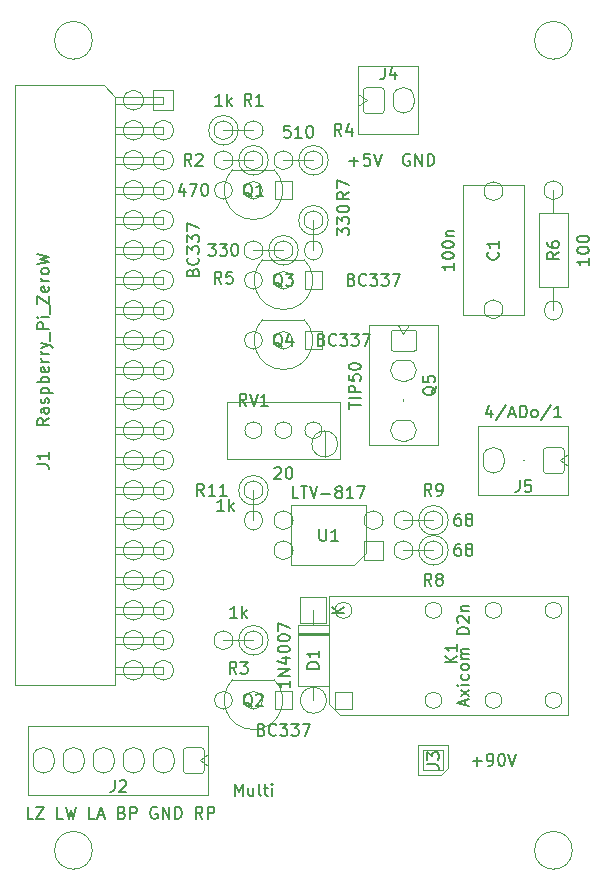
<source format=gbr>
%TF.GenerationSoftware,KiCad,Pcbnew,8.0.6*%
%TF.CreationDate,2025-01-17T11:28:57+01:00*%
%TF.ProjectId,TW39-mit-Powersave,54573339-2d6d-4697-942d-506f77657273,rev?*%
%TF.SameCoordinates,Original*%
%TF.FileFunction,AssemblyDrawing,Top*%
%FSLAX46Y46*%
G04 Gerber Fmt 4.6, Leading zero omitted, Abs format (unit mm)*
G04 Created by KiCad (PCBNEW 8.0.6) date 2025-01-17 11:28:57*
%MOMM*%
%LPD*%
G01*
G04 APERTURE LIST*
%ADD10C,0.150000*%
%ADD11C,0.100000*%
%ADD12C,0.100000*%
%TD*%
G04 APERTURE END LIST*
D10*
X105812969Y-126869819D02*
X105336779Y-126869819D01*
X105336779Y-126869819D02*
X105336779Y-125869819D01*
X106051065Y-125869819D02*
X106717731Y-125869819D01*
X106717731Y-125869819D02*
X106051065Y-126869819D01*
X106051065Y-126869819D02*
X106717731Y-126869819D01*
X108336779Y-126869819D02*
X107860589Y-126869819D01*
X107860589Y-126869819D02*
X107860589Y-125869819D01*
X108574875Y-125869819D02*
X108812970Y-126869819D01*
X108812970Y-126869819D02*
X109003446Y-126155533D01*
X109003446Y-126155533D02*
X109193922Y-126869819D01*
X109193922Y-126869819D02*
X109432018Y-125869819D01*
X111051065Y-126869819D02*
X110574875Y-126869819D01*
X110574875Y-126869819D02*
X110574875Y-125869819D01*
X111336780Y-126584104D02*
X111812970Y-126584104D01*
X111241542Y-126869819D02*
X111574875Y-125869819D01*
X111574875Y-125869819D02*
X111908208Y-126869819D01*
X113336780Y-126346009D02*
X113479637Y-126393628D01*
X113479637Y-126393628D02*
X113527256Y-126441247D01*
X113527256Y-126441247D02*
X113574875Y-126536485D01*
X113574875Y-126536485D02*
X113574875Y-126679342D01*
X113574875Y-126679342D02*
X113527256Y-126774580D01*
X113527256Y-126774580D02*
X113479637Y-126822200D01*
X113479637Y-126822200D02*
X113384399Y-126869819D01*
X113384399Y-126869819D02*
X113003447Y-126869819D01*
X113003447Y-126869819D02*
X113003447Y-125869819D01*
X113003447Y-125869819D02*
X113336780Y-125869819D01*
X113336780Y-125869819D02*
X113432018Y-125917438D01*
X113432018Y-125917438D02*
X113479637Y-125965057D01*
X113479637Y-125965057D02*
X113527256Y-126060295D01*
X113527256Y-126060295D02*
X113527256Y-126155533D01*
X113527256Y-126155533D02*
X113479637Y-126250771D01*
X113479637Y-126250771D02*
X113432018Y-126298390D01*
X113432018Y-126298390D02*
X113336780Y-126346009D01*
X113336780Y-126346009D02*
X113003447Y-126346009D01*
X114003447Y-126869819D02*
X114003447Y-125869819D01*
X114003447Y-125869819D02*
X114384399Y-125869819D01*
X114384399Y-125869819D02*
X114479637Y-125917438D01*
X114479637Y-125917438D02*
X114527256Y-125965057D01*
X114527256Y-125965057D02*
X114574875Y-126060295D01*
X114574875Y-126060295D02*
X114574875Y-126203152D01*
X114574875Y-126203152D02*
X114527256Y-126298390D01*
X114527256Y-126298390D02*
X114479637Y-126346009D01*
X114479637Y-126346009D02*
X114384399Y-126393628D01*
X114384399Y-126393628D02*
X114003447Y-126393628D01*
X116289161Y-125917438D02*
X116193923Y-125869819D01*
X116193923Y-125869819D02*
X116051066Y-125869819D01*
X116051066Y-125869819D02*
X115908209Y-125917438D01*
X115908209Y-125917438D02*
X115812971Y-126012676D01*
X115812971Y-126012676D02*
X115765352Y-126107914D01*
X115765352Y-126107914D02*
X115717733Y-126298390D01*
X115717733Y-126298390D02*
X115717733Y-126441247D01*
X115717733Y-126441247D02*
X115765352Y-126631723D01*
X115765352Y-126631723D02*
X115812971Y-126726961D01*
X115812971Y-126726961D02*
X115908209Y-126822200D01*
X115908209Y-126822200D02*
X116051066Y-126869819D01*
X116051066Y-126869819D02*
X116146304Y-126869819D01*
X116146304Y-126869819D02*
X116289161Y-126822200D01*
X116289161Y-126822200D02*
X116336780Y-126774580D01*
X116336780Y-126774580D02*
X116336780Y-126441247D01*
X116336780Y-126441247D02*
X116146304Y-126441247D01*
X116765352Y-126869819D02*
X116765352Y-125869819D01*
X116765352Y-125869819D02*
X117336780Y-126869819D01*
X117336780Y-126869819D02*
X117336780Y-125869819D01*
X117812971Y-126869819D02*
X117812971Y-125869819D01*
X117812971Y-125869819D02*
X118051066Y-125869819D01*
X118051066Y-125869819D02*
X118193923Y-125917438D01*
X118193923Y-125917438D02*
X118289161Y-126012676D01*
X118289161Y-126012676D02*
X118336780Y-126107914D01*
X118336780Y-126107914D02*
X118384399Y-126298390D01*
X118384399Y-126298390D02*
X118384399Y-126441247D01*
X118384399Y-126441247D02*
X118336780Y-126631723D01*
X118336780Y-126631723D02*
X118289161Y-126726961D01*
X118289161Y-126726961D02*
X118193923Y-126822200D01*
X118193923Y-126822200D02*
X118051066Y-126869819D01*
X118051066Y-126869819D02*
X117812971Y-126869819D01*
X120146304Y-126869819D02*
X119812971Y-126393628D01*
X119574876Y-126869819D02*
X119574876Y-125869819D01*
X119574876Y-125869819D02*
X119955828Y-125869819D01*
X119955828Y-125869819D02*
X120051066Y-125917438D01*
X120051066Y-125917438D02*
X120098685Y-125965057D01*
X120098685Y-125965057D02*
X120146304Y-126060295D01*
X120146304Y-126060295D02*
X120146304Y-126203152D01*
X120146304Y-126203152D02*
X120098685Y-126298390D01*
X120098685Y-126298390D02*
X120051066Y-126346009D01*
X120051066Y-126346009D02*
X119955828Y-126393628D01*
X119955828Y-126393628D02*
X119574876Y-126393628D01*
X120574876Y-126869819D02*
X120574876Y-125869819D01*
X120574876Y-125869819D02*
X120955828Y-125869819D01*
X120955828Y-125869819D02*
X121051066Y-125917438D01*
X121051066Y-125917438D02*
X121098685Y-125965057D01*
X121098685Y-125965057D02*
X121146304Y-126060295D01*
X121146304Y-126060295D02*
X121146304Y-126203152D01*
X121146304Y-126203152D02*
X121098685Y-126298390D01*
X121098685Y-126298390D02*
X121051066Y-126346009D01*
X121051066Y-126346009D02*
X120955828Y-126393628D01*
X120955828Y-126393628D02*
X120574876Y-126393628D01*
X144605714Y-92228152D02*
X144605714Y-92894819D01*
X144367619Y-91847200D02*
X144129524Y-92561485D01*
X144129524Y-92561485D02*
X144748571Y-92561485D01*
X145843809Y-91847200D02*
X144986667Y-93132914D01*
X146129524Y-92609104D02*
X146605714Y-92609104D01*
X146034286Y-92894819D02*
X146367619Y-91894819D01*
X146367619Y-91894819D02*
X146700952Y-92894819D01*
X147034286Y-92894819D02*
X147034286Y-91894819D01*
X147034286Y-91894819D02*
X147272381Y-91894819D01*
X147272381Y-91894819D02*
X147415238Y-91942438D01*
X147415238Y-91942438D02*
X147510476Y-92037676D01*
X147510476Y-92037676D02*
X147558095Y-92132914D01*
X147558095Y-92132914D02*
X147605714Y-92323390D01*
X147605714Y-92323390D02*
X147605714Y-92466247D01*
X147605714Y-92466247D02*
X147558095Y-92656723D01*
X147558095Y-92656723D02*
X147510476Y-92751961D01*
X147510476Y-92751961D02*
X147415238Y-92847200D01*
X147415238Y-92847200D02*
X147272381Y-92894819D01*
X147272381Y-92894819D02*
X147034286Y-92894819D01*
X148177143Y-92894819D02*
X148081905Y-92847200D01*
X148081905Y-92847200D02*
X148034286Y-92799580D01*
X148034286Y-92799580D02*
X147986667Y-92704342D01*
X147986667Y-92704342D02*
X147986667Y-92418628D01*
X147986667Y-92418628D02*
X148034286Y-92323390D01*
X148034286Y-92323390D02*
X148081905Y-92275771D01*
X148081905Y-92275771D02*
X148177143Y-92228152D01*
X148177143Y-92228152D02*
X148320000Y-92228152D01*
X148320000Y-92228152D02*
X148415238Y-92275771D01*
X148415238Y-92275771D02*
X148462857Y-92323390D01*
X148462857Y-92323390D02*
X148510476Y-92418628D01*
X148510476Y-92418628D02*
X148510476Y-92704342D01*
X148510476Y-92704342D02*
X148462857Y-92799580D01*
X148462857Y-92799580D02*
X148415238Y-92847200D01*
X148415238Y-92847200D02*
X148320000Y-92894819D01*
X148320000Y-92894819D02*
X148177143Y-92894819D01*
X149653333Y-91847200D02*
X148796191Y-93132914D01*
X150510476Y-92894819D02*
X149939048Y-92894819D01*
X150224762Y-92894819D02*
X150224762Y-91894819D01*
X150224762Y-91894819D02*
X150129524Y-92037676D01*
X150129524Y-92037676D02*
X150034286Y-92132914D01*
X150034286Y-92132914D02*
X149939048Y-92180533D01*
X146986666Y-98194819D02*
X146986666Y-98909104D01*
X146986666Y-98909104D02*
X146939047Y-99051961D01*
X146939047Y-99051961D02*
X146843809Y-99147200D01*
X146843809Y-99147200D02*
X146700952Y-99194819D01*
X146700952Y-99194819D02*
X146605714Y-99194819D01*
X147939047Y-98194819D02*
X147462857Y-98194819D01*
X147462857Y-98194819D02*
X147415238Y-98671009D01*
X147415238Y-98671009D02*
X147462857Y-98623390D01*
X147462857Y-98623390D02*
X147558095Y-98575771D01*
X147558095Y-98575771D02*
X147796190Y-98575771D01*
X147796190Y-98575771D02*
X147891428Y-98623390D01*
X147891428Y-98623390D02*
X147939047Y-98671009D01*
X147939047Y-98671009D02*
X147986666Y-98766247D01*
X147986666Y-98766247D02*
X147986666Y-99004342D01*
X147986666Y-99004342D02*
X147939047Y-99099580D01*
X147939047Y-99099580D02*
X147891428Y-99147200D01*
X147891428Y-99147200D02*
X147796190Y-99194819D01*
X147796190Y-99194819D02*
X147558095Y-99194819D01*
X147558095Y-99194819D02*
X147462857Y-99147200D01*
X147462857Y-99147200D02*
X147415238Y-99099580D01*
X127524819Y-115172857D02*
X127524819Y-115744285D01*
X127524819Y-115458571D02*
X126524819Y-115458571D01*
X126524819Y-115458571D02*
X126667676Y-115553809D01*
X126667676Y-115553809D02*
X126762914Y-115649047D01*
X126762914Y-115649047D02*
X126810533Y-115744285D01*
X127524819Y-114744285D02*
X126524819Y-114744285D01*
X126524819Y-114744285D02*
X127524819Y-114172857D01*
X127524819Y-114172857D02*
X126524819Y-114172857D01*
X126858152Y-113268095D02*
X127524819Y-113268095D01*
X126477200Y-113506190D02*
X127191485Y-113744285D01*
X127191485Y-113744285D02*
X127191485Y-113125238D01*
X126524819Y-112553809D02*
X126524819Y-112458571D01*
X126524819Y-112458571D02*
X126572438Y-112363333D01*
X126572438Y-112363333D02*
X126620057Y-112315714D01*
X126620057Y-112315714D02*
X126715295Y-112268095D01*
X126715295Y-112268095D02*
X126905771Y-112220476D01*
X126905771Y-112220476D02*
X127143866Y-112220476D01*
X127143866Y-112220476D02*
X127334342Y-112268095D01*
X127334342Y-112268095D02*
X127429580Y-112315714D01*
X127429580Y-112315714D02*
X127477200Y-112363333D01*
X127477200Y-112363333D02*
X127524819Y-112458571D01*
X127524819Y-112458571D02*
X127524819Y-112553809D01*
X127524819Y-112553809D02*
X127477200Y-112649047D01*
X127477200Y-112649047D02*
X127429580Y-112696666D01*
X127429580Y-112696666D02*
X127334342Y-112744285D01*
X127334342Y-112744285D02*
X127143866Y-112791904D01*
X127143866Y-112791904D02*
X126905771Y-112791904D01*
X126905771Y-112791904D02*
X126715295Y-112744285D01*
X126715295Y-112744285D02*
X126620057Y-112696666D01*
X126620057Y-112696666D02*
X126572438Y-112649047D01*
X126572438Y-112649047D02*
X126524819Y-112553809D01*
X126524819Y-111601428D02*
X126524819Y-111506190D01*
X126524819Y-111506190D02*
X126572438Y-111410952D01*
X126572438Y-111410952D02*
X126620057Y-111363333D01*
X126620057Y-111363333D02*
X126715295Y-111315714D01*
X126715295Y-111315714D02*
X126905771Y-111268095D01*
X126905771Y-111268095D02*
X127143866Y-111268095D01*
X127143866Y-111268095D02*
X127334342Y-111315714D01*
X127334342Y-111315714D02*
X127429580Y-111363333D01*
X127429580Y-111363333D02*
X127477200Y-111410952D01*
X127477200Y-111410952D02*
X127524819Y-111506190D01*
X127524819Y-111506190D02*
X127524819Y-111601428D01*
X127524819Y-111601428D02*
X127477200Y-111696666D01*
X127477200Y-111696666D02*
X127429580Y-111744285D01*
X127429580Y-111744285D02*
X127334342Y-111791904D01*
X127334342Y-111791904D02*
X127143866Y-111839523D01*
X127143866Y-111839523D02*
X126905771Y-111839523D01*
X126905771Y-111839523D02*
X126715295Y-111791904D01*
X126715295Y-111791904D02*
X126620057Y-111744285D01*
X126620057Y-111744285D02*
X126572438Y-111696666D01*
X126572438Y-111696666D02*
X126524819Y-111601428D01*
X126524819Y-110934761D02*
X126524819Y-110268095D01*
X126524819Y-110268095D02*
X127524819Y-110696666D01*
X132094819Y-109481904D02*
X131094819Y-109481904D01*
X132094819Y-108910476D02*
X131523390Y-109339047D01*
X131094819Y-108910476D02*
X131666247Y-109481904D01*
X129994819Y-114158094D02*
X128994819Y-114158094D01*
X128994819Y-114158094D02*
X128994819Y-113919999D01*
X128994819Y-113919999D02*
X129042438Y-113777142D01*
X129042438Y-113777142D02*
X129137676Y-113681904D01*
X129137676Y-113681904D02*
X129232914Y-113634285D01*
X129232914Y-113634285D02*
X129423390Y-113586666D01*
X129423390Y-113586666D02*
X129566247Y-113586666D01*
X129566247Y-113586666D02*
X129756723Y-113634285D01*
X129756723Y-113634285D02*
X129851961Y-113681904D01*
X129851961Y-113681904D02*
X129947200Y-113777142D01*
X129947200Y-113777142D02*
X129994819Y-113919999D01*
X129994819Y-113919999D02*
X129994819Y-114158094D01*
X129994819Y-112634285D02*
X129994819Y-113205713D01*
X129994819Y-112919999D02*
X128994819Y-112919999D01*
X128994819Y-112919999D02*
X129137676Y-113015237D01*
X129137676Y-113015237D02*
X129232914Y-113110475D01*
X129232914Y-113110475D02*
X129280533Y-113205713D01*
X130222857Y-86291009D02*
X130365714Y-86338628D01*
X130365714Y-86338628D02*
X130413333Y-86386247D01*
X130413333Y-86386247D02*
X130460952Y-86481485D01*
X130460952Y-86481485D02*
X130460952Y-86624342D01*
X130460952Y-86624342D02*
X130413333Y-86719580D01*
X130413333Y-86719580D02*
X130365714Y-86767200D01*
X130365714Y-86767200D02*
X130270476Y-86814819D01*
X130270476Y-86814819D02*
X129889524Y-86814819D01*
X129889524Y-86814819D02*
X129889524Y-85814819D01*
X129889524Y-85814819D02*
X130222857Y-85814819D01*
X130222857Y-85814819D02*
X130318095Y-85862438D01*
X130318095Y-85862438D02*
X130365714Y-85910057D01*
X130365714Y-85910057D02*
X130413333Y-86005295D01*
X130413333Y-86005295D02*
X130413333Y-86100533D01*
X130413333Y-86100533D02*
X130365714Y-86195771D01*
X130365714Y-86195771D02*
X130318095Y-86243390D01*
X130318095Y-86243390D02*
X130222857Y-86291009D01*
X130222857Y-86291009D02*
X129889524Y-86291009D01*
X131460952Y-86719580D02*
X131413333Y-86767200D01*
X131413333Y-86767200D02*
X131270476Y-86814819D01*
X131270476Y-86814819D02*
X131175238Y-86814819D01*
X131175238Y-86814819D02*
X131032381Y-86767200D01*
X131032381Y-86767200D02*
X130937143Y-86671961D01*
X130937143Y-86671961D02*
X130889524Y-86576723D01*
X130889524Y-86576723D02*
X130841905Y-86386247D01*
X130841905Y-86386247D02*
X130841905Y-86243390D01*
X130841905Y-86243390D02*
X130889524Y-86052914D01*
X130889524Y-86052914D02*
X130937143Y-85957676D01*
X130937143Y-85957676D02*
X131032381Y-85862438D01*
X131032381Y-85862438D02*
X131175238Y-85814819D01*
X131175238Y-85814819D02*
X131270476Y-85814819D01*
X131270476Y-85814819D02*
X131413333Y-85862438D01*
X131413333Y-85862438D02*
X131460952Y-85910057D01*
X131794286Y-85814819D02*
X132413333Y-85814819D01*
X132413333Y-85814819D02*
X132080000Y-86195771D01*
X132080000Y-86195771D02*
X132222857Y-86195771D01*
X132222857Y-86195771D02*
X132318095Y-86243390D01*
X132318095Y-86243390D02*
X132365714Y-86291009D01*
X132365714Y-86291009D02*
X132413333Y-86386247D01*
X132413333Y-86386247D02*
X132413333Y-86624342D01*
X132413333Y-86624342D02*
X132365714Y-86719580D01*
X132365714Y-86719580D02*
X132318095Y-86767200D01*
X132318095Y-86767200D02*
X132222857Y-86814819D01*
X132222857Y-86814819D02*
X131937143Y-86814819D01*
X131937143Y-86814819D02*
X131841905Y-86767200D01*
X131841905Y-86767200D02*
X131794286Y-86719580D01*
X132746667Y-85814819D02*
X133365714Y-85814819D01*
X133365714Y-85814819D02*
X133032381Y-86195771D01*
X133032381Y-86195771D02*
X133175238Y-86195771D01*
X133175238Y-86195771D02*
X133270476Y-86243390D01*
X133270476Y-86243390D02*
X133318095Y-86291009D01*
X133318095Y-86291009D02*
X133365714Y-86386247D01*
X133365714Y-86386247D02*
X133365714Y-86624342D01*
X133365714Y-86624342D02*
X133318095Y-86719580D01*
X133318095Y-86719580D02*
X133270476Y-86767200D01*
X133270476Y-86767200D02*
X133175238Y-86814819D01*
X133175238Y-86814819D02*
X132889524Y-86814819D01*
X132889524Y-86814819D02*
X132794286Y-86767200D01*
X132794286Y-86767200D02*
X132746667Y-86719580D01*
X133699048Y-85814819D02*
X134365714Y-85814819D01*
X134365714Y-85814819D02*
X133937143Y-86814819D01*
X126904761Y-86910057D02*
X126809523Y-86862438D01*
X126809523Y-86862438D02*
X126714285Y-86767200D01*
X126714285Y-86767200D02*
X126571428Y-86624342D01*
X126571428Y-86624342D02*
X126476190Y-86576723D01*
X126476190Y-86576723D02*
X126380952Y-86576723D01*
X126428571Y-86814819D02*
X126333333Y-86767200D01*
X126333333Y-86767200D02*
X126238095Y-86671961D01*
X126238095Y-86671961D02*
X126190476Y-86481485D01*
X126190476Y-86481485D02*
X126190476Y-86148152D01*
X126190476Y-86148152D02*
X126238095Y-85957676D01*
X126238095Y-85957676D02*
X126333333Y-85862438D01*
X126333333Y-85862438D02*
X126428571Y-85814819D01*
X126428571Y-85814819D02*
X126619047Y-85814819D01*
X126619047Y-85814819D02*
X126714285Y-85862438D01*
X126714285Y-85862438D02*
X126809523Y-85957676D01*
X126809523Y-85957676D02*
X126857142Y-86148152D01*
X126857142Y-86148152D02*
X126857142Y-86481485D01*
X126857142Y-86481485D02*
X126809523Y-86671961D01*
X126809523Y-86671961D02*
X126714285Y-86767200D01*
X126714285Y-86767200D02*
X126619047Y-86814819D01*
X126619047Y-86814819D02*
X126428571Y-86814819D01*
X127714285Y-86148152D02*
X127714285Y-86814819D01*
X127476190Y-85767200D02*
X127238095Y-86481485D01*
X127238095Y-86481485D02*
X127857142Y-86481485D01*
X142409104Y-117268094D02*
X142409104Y-116791904D01*
X142694819Y-117363332D02*
X141694819Y-117029999D01*
X141694819Y-117029999D02*
X142694819Y-116696666D01*
X142694819Y-116458570D02*
X142028152Y-115934761D01*
X142028152Y-116458570D02*
X142694819Y-115934761D01*
X142694819Y-115553808D02*
X142028152Y-115553808D01*
X141694819Y-115553808D02*
X141742438Y-115601427D01*
X141742438Y-115601427D02*
X141790057Y-115553808D01*
X141790057Y-115553808D02*
X141742438Y-115506189D01*
X141742438Y-115506189D02*
X141694819Y-115553808D01*
X141694819Y-115553808D02*
X141790057Y-115553808D01*
X142647200Y-114649047D02*
X142694819Y-114744285D01*
X142694819Y-114744285D02*
X142694819Y-114934761D01*
X142694819Y-114934761D02*
X142647200Y-115029999D01*
X142647200Y-115029999D02*
X142599580Y-115077618D01*
X142599580Y-115077618D02*
X142504342Y-115125237D01*
X142504342Y-115125237D02*
X142218628Y-115125237D01*
X142218628Y-115125237D02*
X142123390Y-115077618D01*
X142123390Y-115077618D02*
X142075771Y-115029999D01*
X142075771Y-115029999D02*
X142028152Y-114934761D01*
X142028152Y-114934761D02*
X142028152Y-114744285D01*
X142028152Y-114744285D02*
X142075771Y-114649047D01*
X142694819Y-114077618D02*
X142647200Y-114172856D01*
X142647200Y-114172856D02*
X142599580Y-114220475D01*
X142599580Y-114220475D02*
X142504342Y-114268094D01*
X142504342Y-114268094D02*
X142218628Y-114268094D01*
X142218628Y-114268094D02*
X142123390Y-114220475D01*
X142123390Y-114220475D02*
X142075771Y-114172856D01*
X142075771Y-114172856D02*
X142028152Y-114077618D01*
X142028152Y-114077618D02*
X142028152Y-113934761D01*
X142028152Y-113934761D02*
X142075771Y-113839523D01*
X142075771Y-113839523D02*
X142123390Y-113791904D01*
X142123390Y-113791904D02*
X142218628Y-113744285D01*
X142218628Y-113744285D02*
X142504342Y-113744285D01*
X142504342Y-113744285D02*
X142599580Y-113791904D01*
X142599580Y-113791904D02*
X142647200Y-113839523D01*
X142647200Y-113839523D02*
X142694819Y-113934761D01*
X142694819Y-113934761D02*
X142694819Y-114077618D01*
X142694819Y-113315713D02*
X142028152Y-113315713D01*
X142123390Y-113315713D02*
X142075771Y-113268094D01*
X142075771Y-113268094D02*
X142028152Y-113172856D01*
X142028152Y-113172856D02*
X142028152Y-113029999D01*
X142028152Y-113029999D02*
X142075771Y-112934761D01*
X142075771Y-112934761D02*
X142171009Y-112887142D01*
X142171009Y-112887142D02*
X142694819Y-112887142D01*
X142171009Y-112887142D02*
X142075771Y-112839523D01*
X142075771Y-112839523D02*
X142028152Y-112744285D01*
X142028152Y-112744285D02*
X142028152Y-112601428D01*
X142028152Y-112601428D02*
X142075771Y-112506189D01*
X142075771Y-112506189D02*
X142171009Y-112458570D01*
X142171009Y-112458570D02*
X142694819Y-112458570D01*
X142694819Y-111220475D02*
X141694819Y-111220475D01*
X141694819Y-111220475D02*
X141694819Y-110982380D01*
X141694819Y-110982380D02*
X141742438Y-110839523D01*
X141742438Y-110839523D02*
X141837676Y-110744285D01*
X141837676Y-110744285D02*
X141932914Y-110696666D01*
X141932914Y-110696666D02*
X142123390Y-110649047D01*
X142123390Y-110649047D02*
X142266247Y-110649047D01*
X142266247Y-110649047D02*
X142456723Y-110696666D01*
X142456723Y-110696666D02*
X142551961Y-110744285D01*
X142551961Y-110744285D02*
X142647200Y-110839523D01*
X142647200Y-110839523D02*
X142694819Y-110982380D01*
X142694819Y-110982380D02*
X142694819Y-111220475D01*
X141790057Y-110268094D02*
X141742438Y-110220475D01*
X141742438Y-110220475D02*
X141694819Y-110125237D01*
X141694819Y-110125237D02*
X141694819Y-109887142D01*
X141694819Y-109887142D02*
X141742438Y-109791904D01*
X141742438Y-109791904D02*
X141790057Y-109744285D01*
X141790057Y-109744285D02*
X141885295Y-109696666D01*
X141885295Y-109696666D02*
X141980533Y-109696666D01*
X141980533Y-109696666D02*
X142123390Y-109744285D01*
X142123390Y-109744285D02*
X142694819Y-110315713D01*
X142694819Y-110315713D02*
X142694819Y-109696666D01*
X142028152Y-109268094D02*
X142694819Y-109268094D01*
X142123390Y-109268094D02*
X142075771Y-109220475D01*
X142075771Y-109220475D02*
X142028152Y-109125237D01*
X142028152Y-109125237D02*
X142028152Y-108982380D01*
X142028152Y-108982380D02*
X142075771Y-108887142D01*
X142075771Y-108887142D02*
X142171009Y-108839523D01*
X142171009Y-108839523D02*
X142694819Y-108839523D01*
X141694819Y-113638094D02*
X140694819Y-113638094D01*
X141694819Y-113066666D02*
X141123390Y-113495237D01*
X140694819Y-113066666D02*
X141266247Y-113638094D01*
X141694819Y-112114285D02*
X141694819Y-112685713D01*
X141694819Y-112399999D02*
X140694819Y-112399999D01*
X140694819Y-112399999D02*
X140837676Y-112495237D01*
X140837676Y-112495237D02*
X140932914Y-112590475D01*
X140932914Y-112590475D02*
X140980533Y-112685713D01*
X143018095Y-121993866D02*
X143780000Y-121993866D01*
X143399047Y-122374819D02*
X143399047Y-121612914D01*
X144303809Y-122374819D02*
X144494285Y-122374819D01*
X144494285Y-122374819D02*
X144589523Y-122327200D01*
X144589523Y-122327200D02*
X144637142Y-122279580D01*
X144637142Y-122279580D02*
X144732380Y-122136723D01*
X144732380Y-122136723D02*
X144779999Y-121946247D01*
X144779999Y-121946247D02*
X144779999Y-121565295D01*
X144779999Y-121565295D02*
X144732380Y-121470057D01*
X144732380Y-121470057D02*
X144684761Y-121422438D01*
X144684761Y-121422438D02*
X144589523Y-121374819D01*
X144589523Y-121374819D02*
X144399047Y-121374819D01*
X144399047Y-121374819D02*
X144303809Y-121422438D01*
X144303809Y-121422438D02*
X144256190Y-121470057D01*
X144256190Y-121470057D02*
X144208571Y-121565295D01*
X144208571Y-121565295D02*
X144208571Y-121803390D01*
X144208571Y-121803390D02*
X144256190Y-121898628D01*
X144256190Y-121898628D02*
X144303809Y-121946247D01*
X144303809Y-121946247D02*
X144399047Y-121993866D01*
X144399047Y-121993866D02*
X144589523Y-121993866D01*
X144589523Y-121993866D02*
X144684761Y-121946247D01*
X144684761Y-121946247D02*
X144732380Y-121898628D01*
X144732380Y-121898628D02*
X144779999Y-121803390D01*
X145399047Y-121374819D02*
X145494285Y-121374819D01*
X145494285Y-121374819D02*
X145589523Y-121422438D01*
X145589523Y-121422438D02*
X145637142Y-121470057D01*
X145637142Y-121470057D02*
X145684761Y-121565295D01*
X145684761Y-121565295D02*
X145732380Y-121755771D01*
X145732380Y-121755771D02*
X145732380Y-121993866D01*
X145732380Y-121993866D02*
X145684761Y-122184342D01*
X145684761Y-122184342D02*
X145637142Y-122279580D01*
X145637142Y-122279580D02*
X145589523Y-122327200D01*
X145589523Y-122327200D02*
X145494285Y-122374819D01*
X145494285Y-122374819D02*
X145399047Y-122374819D01*
X145399047Y-122374819D02*
X145303809Y-122327200D01*
X145303809Y-122327200D02*
X145256190Y-122279580D01*
X145256190Y-122279580D02*
X145208571Y-122184342D01*
X145208571Y-122184342D02*
X145160952Y-121993866D01*
X145160952Y-121993866D02*
X145160952Y-121755771D01*
X145160952Y-121755771D02*
X145208571Y-121565295D01*
X145208571Y-121565295D02*
X145256190Y-121470057D01*
X145256190Y-121470057D02*
X145303809Y-121422438D01*
X145303809Y-121422438D02*
X145399047Y-121374819D01*
X146018095Y-121374819D02*
X146351428Y-122374819D01*
X146351428Y-122374819D02*
X146684761Y-121374819D01*
X139154819Y-122253333D02*
X139869104Y-122253333D01*
X139869104Y-122253333D02*
X140011961Y-122300952D01*
X140011961Y-122300952D02*
X140107200Y-122396190D01*
X140107200Y-122396190D02*
X140154819Y-122539047D01*
X140154819Y-122539047D02*
X140154819Y-122634285D01*
X139154819Y-121872380D02*
X139154819Y-121253333D01*
X139154819Y-121253333D02*
X139535771Y-121586666D01*
X139535771Y-121586666D02*
X139535771Y-121443809D01*
X139535771Y-121443809D02*
X139583390Y-121348571D01*
X139583390Y-121348571D02*
X139631009Y-121300952D01*
X139631009Y-121300952D02*
X139726247Y-121253333D01*
X139726247Y-121253333D02*
X139964342Y-121253333D01*
X139964342Y-121253333D02*
X140059580Y-121300952D01*
X140059580Y-121300952D02*
X140107200Y-121348571D01*
X140107200Y-121348571D02*
X140154819Y-121443809D01*
X140154819Y-121443809D02*
X140154819Y-121729523D01*
X140154819Y-121729523D02*
X140107200Y-121824761D01*
X140107200Y-121824761D02*
X140059580Y-121872380D01*
X121970952Y-100784819D02*
X121399524Y-100784819D01*
X121685238Y-100784819D02*
X121685238Y-99784819D01*
X121685238Y-99784819D02*
X121590000Y-99927676D01*
X121590000Y-99927676D02*
X121494762Y-100022914D01*
X121494762Y-100022914D02*
X121399524Y-100070533D01*
X122399524Y-100784819D02*
X122399524Y-99784819D01*
X122494762Y-100403866D02*
X122780476Y-100784819D01*
X122780476Y-100118152D02*
X122399524Y-100499104D01*
X120277142Y-99514819D02*
X119943809Y-99038628D01*
X119705714Y-99514819D02*
X119705714Y-98514819D01*
X119705714Y-98514819D02*
X120086666Y-98514819D01*
X120086666Y-98514819D02*
X120181904Y-98562438D01*
X120181904Y-98562438D02*
X120229523Y-98610057D01*
X120229523Y-98610057D02*
X120277142Y-98705295D01*
X120277142Y-98705295D02*
X120277142Y-98848152D01*
X120277142Y-98848152D02*
X120229523Y-98943390D01*
X120229523Y-98943390D02*
X120181904Y-98991009D01*
X120181904Y-98991009D02*
X120086666Y-99038628D01*
X120086666Y-99038628D02*
X119705714Y-99038628D01*
X121229523Y-99514819D02*
X120658095Y-99514819D01*
X120943809Y-99514819D02*
X120943809Y-98514819D01*
X120943809Y-98514819D02*
X120848571Y-98657676D01*
X120848571Y-98657676D02*
X120753333Y-98752914D01*
X120753333Y-98752914D02*
X120658095Y-98800533D01*
X122181904Y-99514819D02*
X121610476Y-99514819D01*
X121896190Y-99514819D02*
X121896190Y-98514819D01*
X121896190Y-98514819D02*
X121800952Y-98657676D01*
X121800952Y-98657676D02*
X121705714Y-98752914D01*
X121705714Y-98752914D02*
X121610476Y-98800533D01*
X123070952Y-109844819D02*
X122499524Y-109844819D01*
X122785238Y-109844819D02*
X122785238Y-108844819D01*
X122785238Y-108844819D02*
X122690000Y-108987676D01*
X122690000Y-108987676D02*
X122594762Y-109082914D01*
X122594762Y-109082914D02*
X122499524Y-109130533D01*
X123499524Y-109844819D02*
X123499524Y-108844819D01*
X123594762Y-109463866D02*
X123880476Y-109844819D01*
X123880476Y-109178152D02*
X123499524Y-109559104D01*
X123023333Y-114584819D02*
X122690000Y-114108628D01*
X122451905Y-114584819D02*
X122451905Y-113584819D01*
X122451905Y-113584819D02*
X122832857Y-113584819D01*
X122832857Y-113584819D02*
X122928095Y-113632438D01*
X122928095Y-113632438D02*
X122975714Y-113680057D01*
X122975714Y-113680057D02*
X123023333Y-113775295D01*
X123023333Y-113775295D02*
X123023333Y-113918152D01*
X123023333Y-113918152D02*
X122975714Y-114013390D01*
X122975714Y-114013390D02*
X122928095Y-114061009D01*
X122928095Y-114061009D02*
X122832857Y-114108628D01*
X122832857Y-114108628D02*
X122451905Y-114108628D01*
X123356667Y-113584819D02*
X123975714Y-113584819D01*
X123975714Y-113584819D02*
X123642381Y-113965771D01*
X123642381Y-113965771D02*
X123785238Y-113965771D01*
X123785238Y-113965771D02*
X123880476Y-114013390D01*
X123880476Y-114013390D02*
X123928095Y-114061009D01*
X123928095Y-114061009D02*
X123975714Y-114156247D01*
X123975714Y-114156247D02*
X123975714Y-114394342D01*
X123975714Y-114394342D02*
X123928095Y-114489580D01*
X123928095Y-114489580D02*
X123880476Y-114537200D01*
X123880476Y-114537200D02*
X123785238Y-114584819D01*
X123785238Y-114584819D02*
X123499524Y-114584819D01*
X123499524Y-114584819D02*
X123404286Y-114537200D01*
X123404286Y-114537200D02*
X123356667Y-114489580D01*
X122888571Y-124914819D02*
X122888571Y-123914819D01*
X122888571Y-123914819D02*
X123221904Y-124629104D01*
X123221904Y-124629104D02*
X123555237Y-123914819D01*
X123555237Y-123914819D02*
X123555237Y-124914819D01*
X124459999Y-124248152D02*
X124459999Y-124914819D01*
X124031428Y-124248152D02*
X124031428Y-124771961D01*
X124031428Y-124771961D02*
X124079047Y-124867200D01*
X124079047Y-124867200D02*
X124174285Y-124914819D01*
X124174285Y-124914819D02*
X124317142Y-124914819D01*
X124317142Y-124914819D02*
X124412380Y-124867200D01*
X124412380Y-124867200D02*
X124459999Y-124819580D01*
X125079047Y-124914819D02*
X124983809Y-124867200D01*
X124983809Y-124867200D02*
X124936190Y-124771961D01*
X124936190Y-124771961D02*
X124936190Y-123914819D01*
X125317143Y-124248152D02*
X125698095Y-124248152D01*
X125460000Y-123914819D02*
X125460000Y-124771961D01*
X125460000Y-124771961D02*
X125507619Y-124867200D01*
X125507619Y-124867200D02*
X125602857Y-124914819D01*
X125602857Y-124914819D02*
X125698095Y-124914819D01*
X126031429Y-124914819D02*
X126031429Y-124248152D01*
X126031429Y-123914819D02*
X125983810Y-123962438D01*
X125983810Y-123962438D02*
X126031429Y-124010057D01*
X126031429Y-124010057D02*
X126079048Y-123962438D01*
X126079048Y-123962438D02*
X126031429Y-123914819D01*
X126031429Y-123914819D02*
X126031429Y-124010057D01*
X112696666Y-123594819D02*
X112696666Y-124309104D01*
X112696666Y-124309104D02*
X112649047Y-124451961D01*
X112649047Y-124451961D02*
X112553809Y-124547200D01*
X112553809Y-124547200D02*
X112410952Y-124594819D01*
X112410952Y-124594819D02*
X112315714Y-124594819D01*
X113125238Y-123690057D02*
X113172857Y-123642438D01*
X113172857Y-123642438D02*
X113268095Y-123594819D01*
X113268095Y-123594819D02*
X113506190Y-123594819D01*
X113506190Y-123594819D02*
X113601428Y-123642438D01*
X113601428Y-123642438D02*
X113649047Y-123690057D01*
X113649047Y-123690057D02*
X113696666Y-123785295D01*
X113696666Y-123785295D02*
X113696666Y-123880533D01*
X113696666Y-123880533D02*
X113649047Y-124023390D01*
X113649047Y-124023390D02*
X113077619Y-124594819D01*
X113077619Y-124594819D02*
X113696666Y-124594819D01*
X118618095Y-73448152D02*
X118618095Y-74114819D01*
X118380000Y-73067200D02*
X118141905Y-73781485D01*
X118141905Y-73781485D02*
X118760952Y-73781485D01*
X119046667Y-73114819D02*
X119713333Y-73114819D01*
X119713333Y-73114819D02*
X119284762Y-74114819D01*
X120284762Y-73114819D02*
X120380000Y-73114819D01*
X120380000Y-73114819D02*
X120475238Y-73162438D01*
X120475238Y-73162438D02*
X120522857Y-73210057D01*
X120522857Y-73210057D02*
X120570476Y-73305295D01*
X120570476Y-73305295D02*
X120618095Y-73495771D01*
X120618095Y-73495771D02*
X120618095Y-73733866D01*
X120618095Y-73733866D02*
X120570476Y-73924342D01*
X120570476Y-73924342D02*
X120522857Y-74019580D01*
X120522857Y-74019580D02*
X120475238Y-74067200D01*
X120475238Y-74067200D02*
X120380000Y-74114819D01*
X120380000Y-74114819D02*
X120284762Y-74114819D01*
X120284762Y-74114819D02*
X120189524Y-74067200D01*
X120189524Y-74067200D02*
X120141905Y-74019580D01*
X120141905Y-74019580D02*
X120094286Y-73924342D01*
X120094286Y-73924342D02*
X120046667Y-73733866D01*
X120046667Y-73733866D02*
X120046667Y-73495771D01*
X120046667Y-73495771D02*
X120094286Y-73305295D01*
X120094286Y-73305295D02*
X120141905Y-73210057D01*
X120141905Y-73210057D02*
X120189524Y-73162438D01*
X120189524Y-73162438D02*
X120284762Y-73114819D01*
X119213333Y-71574819D02*
X118880000Y-71098628D01*
X118641905Y-71574819D02*
X118641905Y-70574819D01*
X118641905Y-70574819D02*
X119022857Y-70574819D01*
X119022857Y-70574819D02*
X119118095Y-70622438D01*
X119118095Y-70622438D02*
X119165714Y-70670057D01*
X119165714Y-70670057D02*
X119213333Y-70765295D01*
X119213333Y-70765295D02*
X119213333Y-70908152D01*
X119213333Y-70908152D02*
X119165714Y-71003390D01*
X119165714Y-71003390D02*
X119118095Y-71051009D01*
X119118095Y-71051009D02*
X119022857Y-71098628D01*
X119022857Y-71098628D02*
X118641905Y-71098628D01*
X119594286Y-70670057D02*
X119641905Y-70622438D01*
X119641905Y-70622438D02*
X119737143Y-70574819D01*
X119737143Y-70574819D02*
X119975238Y-70574819D01*
X119975238Y-70574819D02*
X120070476Y-70622438D01*
X120070476Y-70622438D02*
X120118095Y-70670057D01*
X120118095Y-70670057D02*
X120165714Y-70765295D01*
X120165714Y-70765295D02*
X120165714Y-70860533D01*
X120165714Y-70860533D02*
X120118095Y-71003390D01*
X120118095Y-71003390D02*
X119546667Y-71574819D01*
X119546667Y-71574819D02*
X120165714Y-71574819D01*
X107134819Y-92979048D02*
X106658628Y-93312381D01*
X107134819Y-93550476D02*
X106134819Y-93550476D01*
X106134819Y-93550476D02*
X106134819Y-93169524D01*
X106134819Y-93169524D02*
X106182438Y-93074286D01*
X106182438Y-93074286D02*
X106230057Y-93026667D01*
X106230057Y-93026667D02*
X106325295Y-92979048D01*
X106325295Y-92979048D02*
X106468152Y-92979048D01*
X106468152Y-92979048D02*
X106563390Y-93026667D01*
X106563390Y-93026667D02*
X106611009Y-93074286D01*
X106611009Y-93074286D02*
X106658628Y-93169524D01*
X106658628Y-93169524D02*
X106658628Y-93550476D01*
X107134819Y-92121905D02*
X106611009Y-92121905D01*
X106611009Y-92121905D02*
X106515771Y-92169524D01*
X106515771Y-92169524D02*
X106468152Y-92264762D01*
X106468152Y-92264762D02*
X106468152Y-92455238D01*
X106468152Y-92455238D02*
X106515771Y-92550476D01*
X107087200Y-92121905D02*
X107134819Y-92217143D01*
X107134819Y-92217143D02*
X107134819Y-92455238D01*
X107134819Y-92455238D02*
X107087200Y-92550476D01*
X107087200Y-92550476D02*
X106991961Y-92598095D01*
X106991961Y-92598095D02*
X106896723Y-92598095D01*
X106896723Y-92598095D02*
X106801485Y-92550476D01*
X106801485Y-92550476D02*
X106753866Y-92455238D01*
X106753866Y-92455238D02*
X106753866Y-92217143D01*
X106753866Y-92217143D02*
X106706247Y-92121905D01*
X107087200Y-91693333D02*
X107134819Y-91598095D01*
X107134819Y-91598095D02*
X107134819Y-91407619D01*
X107134819Y-91407619D02*
X107087200Y-91312381D01*
X107087200Y-91312381D02*
X106991961Y-91264762D01*
X106991961Y-91264762D02*
X106944342Y-91264762D01*
X106944342Y-91264762D02*
X106849104Y-91312381D01*
X106849104Y-91312381D02*
X106801485Y-91407619D01*
X106801485Y-91407619D02*
X106801485Y-91550476D01*
X106801485Y-91550476D02*
X106753866Y-91645714D01*
X106753866Y-91645714D02*
X106658628Y-91693333D01*
X106658628Y-91693333D02*
X106611009Y-91693333D01*
X106611009Y-91693333D02*
X106515771Y-91645714D01*
X106515771Y-91645714D02*
X106468152Y-91550476D01*
X106468152Y-91550476D02*
X106468152Y-91407619D01*
X106468152Y-91407619D02*
X106515771Y-91312381D01*
X106468152Y-90836190D02*
X107468152Y-90836190D01*
X106515771Y-90836190D02*
X106468152Y-90740952D01*
X106468152Y-90740952D02*
X106468152Y-90550476D01*
X106468152Y-90550476D02*
X106515771Y-90455238D01*
X106515771Y-90455238D02*
X106563390Y-90407619D01*
X106563390Y-90407619D02*
X106658628Y-90360000D01*
X106658628Y-90360000D02*
X106944342Y-90360000D01*
X106944342Y-90360000D02*
X107039580Y-90407619D01*
X107039580Y-90407619D02*
X107087200Y-90455238D01*
X107087200Y-90455238D02*
X107134819Y-90550476D01*
X107134819Y-90550476D02*
X107134819Y-90740952D01*
X107134819Y-90740952D02*
X107087200Y-90836190D01*
X107134819Y-89931428D02*
X106134819Y-89931428D01*
X106515771Y-89931428D02*
X106468152Y-89836190D01*
X106468152Y-89836190D02*
X106468152Y-89645714D01*
X106468152Y-89645714D02*
X106515771Y-89550476D01*
X106515771Y-89550476D02*
X106563390Y-89502857D01*
X106563390Y-89502857D02*
X106658628Y-89455238D01*
X106658628Y-89455238D02*
X106944342Y-89455238D01*
X106944342Y-89455238D02*
X107039580Y-89502857D01*
X107039580Y-89502857D02*
X107087200Y-89550476D01*
X107087200Y-89550476D02*
X107134819Y-89645714D01*
X107134819Y-89645714D02*
X107134819Y-89836190D01*
X107134819Y-89836190D02*
X107087200Y-89931428D01*
X107087200Y-88645714D02*
X107134819Y-88740952D01*
X107134819Y-88740952D02*
X107134819Y-88931428D01*
X107134819Y-88931428D02*
X107087200Y-89026666D01*
X107087200Y-89026666D02*
X106991961Y-89074285D01*
X106991961Y-89074285D02*
X106611009Y-89074285D01*
X106611009Y-89074285D02*
X106515771Y-89026666D01*
X106515771Y-89026666D02*
X106468152Y-88931428D01*
X106468152Y-88931428D02*
X106468152Y-88740952D01*
X106468152Y-88740952D02*
X106515771Y-88645714D01*
X106515771Y-88645714D02*
X106611009Y-88598095D01*
X106611009Y-88598095D02*
X106706247Y-88598095D01*
X106706247Y-88598095D02*
X106801485Y-89074285D01*
X107134819Y-88169523D02*
X106468152Y-88169523D01*
X106658628Y-88169523D02*
X106563390Y-88121904D01*
X106563390Y-88121904D02*
X106515771Y-88074285D01*
X106515771Y-88074285D02*
X106468152Y-87979047D01*
X106468152Y-87979047D02*
X106468152Y-87883809D01*
X107134819Y-87550475D02*
X106468152Y-87550475D01*
X106658628Y-87550475D02*
X106563390Y-87502856D01*
X106563390Y-87502856D02*
X106515771Y-87455237D01*
X106515771Y-87455237D02*
X106468152Y-87359999D01*
X106468152Y-87359999D02*
X106468152Y-87264761D01*
X106468152Y-87026665D02*
X107134819Y-86788570D01*
X106468152Y-86550475D02*
X107134819Y-86788570D01*
X107134819Y-86788570D02*
X107372914Y-86883808D01*
X107372914Y-86883808D02*
X107420533Y-86931427D01*
X107420533Y-86931427D02*
X107468152Y-87026665D01*
X107230057Y-86407618D02*
X107230057Y-85645713D01*
X107134819Y-85407617D02*
X106134819Y-85407617D01*
X106134819Y-85407617D02*
X106134819Y-85026665D01*
X106134819Y-85026665D02*
X106182438Y-84931427D01*
X106182438Y-84931427D02*
X106230057Y-84883808D01*
X106230057Y-84883808D02*
X106325295Y-84836189D01*
X106325295Y-84836189D02*
X106468152Y-84836189D01*
X106468152Y-84836189D02*
X106563390Y-84883808D01*
X106563390Y-84883808D02*
X106611009Y-84931427D01*
X106611009Y-84931427D02*
X106658628Y-85026665D01*
X106658628Y-85026665D02*
X106658628Y-85407617D01*
X107134819Y-84407617D02*
X106468152Y-84407617D01*
X106134819Y-84407617D02*
X106182438Y-84455236D01*
X106182438Y-84455236D02*
X106230057Y-84407617D01*
X106230057Y-84407617D02*
X106182438Y-84359998D01*
X106182438Y-84359998D02*
X106134819Y-84407617D01*
X106134819Y-84407617D02*
X106230057Y-84407617D01*
X107230057Y-84169523D02*
X107230057Y-83407618D01*
X106134819Y-83264760D02*
X106134819Y-82598094D01*
X106134819Y-82598094D02*
X107134819Y-83264760D01*
X107134819Y-83264760D02*
X107134819Y-82598094D01*
X107087200Y-81836189D02*
X107134819Y-81931427D01*
X107134819Y-81931427D02*
X107134819Y-82121903D01*
X107134819Y-82121903D02*
X107087200Y-82217141D01*
X107087200Y-82217141D02*
X106991961Y-82264760D01*
X106991961Y-82264760D02*
X106611009Y-82264760D01*
X106611009Y-82264760D02*
X106515771Y-82217141D01*
X106515771Y-82217141D02*
X106468152Y-82121903D01*
X106468152Y-82121903D02*
X106468152Y-81931427D01*
X106468152Y-81931427D02*
X106515771Y-81836189D01*
X106515771Y-81836189D02*
X106611009Y-81788570D01*
X106611009Y-81788570D02*
X106706247Y-81788570D01*
X106706247Y-81788570D02*
X106801485Y-82264760D01*
X107134819Y-81359998D02*
X106468152Y-81359998D01*
X106658628Y-81359998D02*
X106563390Y-81312379D01*
X106563390Y-81312379D02*
X106515771Y-81264760D01*
X106515771Y-81264760D02*
X106468152Y-81169522D01*
X106468152Y-81169522D02*
X106468152Y-81074284D01*
X107134819Y-80598093D02*
X107087200Y-80693331D01*
X107087200Y-80693331D02*
X107039580Y-80740950D01*
X107039580Y-80740950D02*
X106944342Y-80788569D01*
X106944342Y-80788569D02*
X106658628Y-80788569D01*
X106658628Y-80788569D02*
X106563390Y-80740950D01*
X106563390Y-80740950D02*
X106515771Y-80693331D01*
X106515771Y-80693331D02*
X106468152Y-80598093D01*
X106468152Y-80598093D02*
X106468152Y-80455236D01*
X106468152Y-80455236D02*
X106515771Y-80359998D01*
X106515771Y-80359998D02*
X106563390Y-80312379D01*
X106563390Y-80312379D02*
X106658628Y-80264760D01*
X106658628Y-80264760D02*
X106944342Y-80264760D01*
X106944342Y-80264760D02*
X107039580Y-80312379D01*
X107039580Y-80312379D02*
X107087200Y-80359998D01*
X107087200Y-80359998D02*
X107134819Y-80455236D01*
X107134819Y-80455236D02*
X107134819Y-80598093D01*
X106134819Y-79931426D02*
X107134819Y-79693331D01*
X107134819Y-79693331D02*
X106420533Y-79502855D01*
X106420533Y-79502855D02*
X107134819Y-79312379D01*
X107134819Y-79312379D02*
X106134819Y-79074284D01*
X106134819Y-96853333D02*
X106849104Y-96853333D01*
X106849104Y-96853333D02*
X106991961Y-96900952D01*
X106991961Y-96900952D02*
X107087200Y-96996190D01*
X107087200Y-96996190D02*
X107134819Y-97139047D01*
X107134819Y-97139047D02*
X107134819Y-97234285D01*
X107134819Y-95853333D02*
X107134819Y-96424761D01*
X107134819Y-96139047D02*
X106134819Y-96139047D01*
X106134819Y-96139047D02*
X106277676Y-96234285D01*
X106277676Y-96234285D02*
X106372914Y-96329523D01*
X106372914Y-96329523D02*
X106420533Y-96424761D01*
X141954285Y-101054819D02*
X141763809Y-101054819D01*
X141763809Y-101054819D02*
X141668571Y-101102438D01*
X141668571Y-101102438D02*
X141620952Y-101150057D01*
X141620952Y-101150057D02*
X141525714Y-101292914D01*
X141525714Y-101292914D02*
X141478095Y-101483390D01*
X141478095Y-101483390D02*
X141478095Y-101864342D01*
X141478095Y-101864342D02*
X141525714Y-101959580D01*
X141525714Y-101959580D02*
X141573333Y-102007200D01*
X141573333Y-102007200D02*
X141668571Y-102054819D01*
X141668571Y-102054819D02*
X141859047Y-102054819D01*
X141859047Y-102054819D02*
X141954285Y-102007200D01*
X141954285Y-102007200D02*
X142001904Y-101959580D01*
X142001904Y-101959580D02*
X142049523Y-101864342D01*
X142049523Y-101864342D02*
X142049523Y-101626247D01*
X142049523Y-101626247D02*
X142001904Y-101531009D01*
X142001904Y-101531009D02*
X141954285Y-101483390D01*
X141954285Y-101483390D02*
X141859047Y-101435771D01*
X141859047Y-101435771D02*
X141668571Y-101435771D01*
X141668571Y-101435771D02*
X141573333Y-101483390D01*
X141573333Y-101483390D02*
X141525714Y-101531009D01*
X141525714Y-101531009D02*
X141478095Y-101626247D01*
X142620952Y-101483390D02*
X142525714Y-101435771D01*
X142525714Y-101435771D02*
X142478095Y-101388152D01*
X142478095Y-101388152D02*
X142430476Y-101292914D01*
X142430476Y-101292914D02*
X142430476Y-101245295D01*
X142430476Y-101245295D02*
X142478095Y-101150057D01*
X142478095Y-101150057D02*
X142525714Y-101102438D01*
X142525714Y-101102438D02*
X142620952Y-101054819D01*
X142620952Y-101054819D02*
X142811428Y-101054819D01*
X142811428Y-101054819D02*
X142906666Y-101102438D01*
X142906666Y-101102438D02*
X142954285Y-101150057D01*
X142954285Y-101150057D02*
X143001904Y-101245295D01*
X143001904Y-101245295D02*
X143001904Y-101292914D01*
X143001904Y-101292914D02*
X142954285Y-101388152D01*
X142954285Y-101388152D02*
X142906666Y-101435771D01*
X142906666Y-101435771D02*
X142811428Y-101483390D01*
X142811428Y-101483390D02*
X142620952Y-101483390D01*
X142620952Y-101483390D02*
X142525714Y-101531009D01*
X142525714Y-101531009D02*
X142478095Y-101578628D01*
X142478095Y-101578628D02*
X142430476Y-101673866D01*
X142430476Y-101673866D02*
X142430476Y-101864342D01*
X142430476Y-101864342D02*
X142478095Y-101959580D01*
X142478095Y-101959580D02*
X142525714Y-102007200D01*
X142525714Y-102007200D02*
X142620952Y-102054819D01*
X142620952Y-102054819D02*
X142811428Y-102054819D01*
X142811428Y-102054819D02*
X142906666Y-102007200D01*
X142906666Y-102007200D02*
X142954285Y-101959580D01*
X142954285Y-101959580D02*
X143001904Y-101864342D01*
X143001904Y-101864342D02*
X143001904Y-101673866D01*
X143001904Y-101673866D02*
X142954285Y-101578628D01*
X142954285Y-101578628D02*
X142906666Y-101531009D01*
X142906666Y-101531009D02*
X142811428Y-101483390D01*
X139533333Y-99514819D02*
X139200000Y-99038628D01*
X138961905Y-99514819D02*
X138961905Y-98514819D01*
X138961905Y-98514819D02*
X139342857Y-98514819D01*
X139342857Y-98514819D02*
X139438095Y-98562438D01*
X139438095Y-98562438D02*
X139485714Y-98610057D01*
X139485714Y-98610057D02*
X139533333Y-98705295D01*
X139533333Y-98705295D02*
X139533333Y-98848152D01*
X139533333Y-98848152D02*
X139485714Y-98943390D01*
X139485714Y-98943390D02*
X139438095Y-98991009D01*
X139438095Y-98991009D02*
X139342857Y-99038628D01*
X139342857Y-99038628D02*
X138961905Y-99038628D01*
X140009524Y-99514819D02*
X140200000Y-99514819D01*
X140200000Y-99514819D02*
X140295238Y-99467200D01*
X140295238Y-99467200D02*
X140342857Y-99419580D01*
X140342857Y-99419580D02*
X140438095Y-99276723D01*
X140438095Y-99276723D02*
X140485714Y-99086247D01*
X140485714Y-99086247D02*
X140485714Y-98705295D01*
X140485714Y-98705295D02*
X140438095Y-98610057D01*
X140438095Y-98610057D02*
X140390476Y-98562438D01*
X140390476Y-98562438D02*
X140295238Y-98514819D01*
X140295238Y-98514819D02*
X140104762Y-98514819D01*
X140104762Y-98514819D02*
X140009524Y-98562438D01*
X140009524Y-98562438D02*
X139961905Y-98610057D01*
X139961905Y-98610057D02*
X139914286Y-98705295D01*
X139914286Y-98705295D02*
X139914286Y-98943390D01*
X139914286Y-98943390D02*
X139961905Y-99038628D01*
X139961905Y-99038628D02*
X140009524Y-99086247D01*
X140009524Y-99086247D02*
X140104762Y-99133866D01*
X140104762Y-99133866D02*
X140295238Y-99133866D01*
X140295238Y-99133866D02*
X140390476Y-99086247D01*
X140390476Y-99086247D02*
X140438095Y-99038628D01*
X140438095Y-99038628D02*
X140485714Y-98943390D01*
X132762857Y-81211009D02*
X132905714Y-81258628D01*
X132905714Y-81258628D02*
X132953333Y-81306247D01*
X132953333Y-81306247D02*
X133000952Y-81401485D01*
X133000952Y-81401485D02*
X133000952Y-81544342D01*
X133000952Y-81544342D02*
X132953333Y-81639580D01*
X132953333Y-81639580D02*
X132905714Y-81687200D01*
X132905714Y-81687200D02*
X132810476Y-81734819D01*
X132810476Y-81734819D02*
X132429524Y-81734819D01*
X132429524Y-81734819D02*
X132429524Y-80734819D01*
X132429524Y-80734819D02*
X132762857Y-80734819D01*
X132762857Y-80734819D02*
X132858095Y-80782438D01*
X132858095Y-80782438D02*
X132905714Y-80830057D01*
X132905714Y-80830057D02*
X132953333Y-80925295D01*
X132953333Y-80925295D02*
X132953333Y-81020533D01*
X132953333Y-81020533D02*
X132905714Y-81115771D01*
X132905714Y-81115771D02*
X132858095Y-81163390D01*
X132858095Y-81163390D02*
X132762857Y-81211009D01*
X132762857Y-81211009D02*
X132429524Y-81211009D01*
X134000952Y-81639580D02*
X133953333Y-81687200D01*
X133953333Y-81687200D02*
X133810476Y-81734819D01*
X133810476Y-81734819D02*
X133715238Y-81734819D01*
X133715238Y-81734819D02*
X133572381Y-81687200D01*
X133572381Y-81687200D02*
X133477143Y-81591961D01*
X133477143Y-81591961D02*
X133429524Y-81496723D01*
X133429524Y-81496723D02*
X133381905Y-81306247D01*
X133381905Y-81306247D02*
X133381905Y-81163390D01*
X133381905Y-81163390D02*
X133429524Y-80972914D01*
X133429524Y-80972914D02*
X133477143Y-80877676D01*
X133477143Y-80877676D02*
X133572381Y-80782438D01*
X133572381Y-80782438D02*
X133715238Y-80734819D01*
X133715238Y-80734819D02*
X133810476Y-80734819D01*
X133810476Y-80734819D02*
X133953333Y-80782438D01*
X133953333Y-80782438D02*
X134000952Y-80830057D01*
X134334286Y-80734819D02*
X134953333Y-80734819D01*
X134953333Y-80734819D02*
X134620000Y-81115771D01*
X134620000Y-81115771D02*
X134762857Y-81115771D01*
X134762857Y-81115771D02*
X134858095Y-81163390D01*
X134858095Y-81163390D02*
X134905714Y-81211009D01*
X134905714Y-81211009D02*
X134953333Y-81306247D01*
X134953333Y-81306247D02*
X134953333Y-81544342D01*
X134953333Y-81544342D02*
X134905714Y-81639580D01*
X134905714Y-81639580D02*
X134858095Y-81687200D01*
X134858095Y-81687200D02*
X134762857Y-81734819D01*
X134762857Y-81734819D02*
X134477143Y-81734819D01*
X134477143Y-81734819D02*
X134381905Y-81687200D01*
X134381905Y-81687200D02*
X134334286Y-81639580D01*
X135286667Y-80734819D02*
X135905714Y-80734819D01*
X135905714Y-80734819D02*
X135572381Y-81115771D01*
X135572381Y-81115771D02*
X135715238Y-81115771D01*
X135715238Y-81115771D02*
X135810476Y-81163390D01*
X135810476Y-81163390D02*
X135858095Y-81211009D01*
X135858095Y-81211009D02*
X135905714Y-81306247D01*
X135905714Y-81306247D02*
X135905714Y-81544342D01*
X135905714Y-81544342D02*
X135858095Y-81639580D01*
X135858095Y-81639580D02*
X135810476Y-81687200D01*
X135810476Y-81687200D02*
X135715238Y-81734819D01*
X135715238Y-81734819D02*
X135429524Y-81734819D01*
X135429524Y-81734819D02*
X135334286Y-81687200D01*
X135334286Y-81687200D02*
X135286667Y-81639580D01*
X136239048Y-80734819D02*
X136905714Y-80734819D01*
X136905714Y-80734819D02*
X136477143Y-81734819D01*
X126904761Y-81830057D02*
X126809523Y-81782438D01*
X126809523Y-81782438D02*
X126714285Y-81687200D01*
X126714285Y-81687200D02*
X126571428Y-81544342D01*
X126571428Y-81544342D02*
X126476190Y-81496723D01*
X126476190Y-81496723D02*
X126380952Y-81496723D01*
X126428571Y-81734819D02*
X126333333Y-81687200D01*
X126333333Y-81687200D02*
X126238095Y-81591961D01*
X126238095Y-81591961D02*
X126190476Y-81401485D01*
X126190476Y-81401485D02*
X126190476Y-81068152D01*
X126190476Y-81068152D02*
X126238095Y-80877676D01*
X126238095Y-80877676D02*
X126333333Y-80782438D01*
X126333333Y-80782438D02*
X126428571Y-80734819D01*
X126428571Y-80734819D02*
X126619047Y-80734819D01*
X126619047Y-80734819D02*
X126714285Y-80782438D01*
X126714285Y-80782438D02*
X126809523Y-80877676D01*
X126809523Y-80877676D02*
X126857142Y-81068152D01*
X126857142Y-81068152D02*
X126857142Y-81401485D01*
X126857142Y-81401485D02*
X126809523Y-81591961D01*
X126809523Y-81591961D02*
X126714285Y-81687200D01*
X126714285Y-81687200D02*
X126619047Y-81734819D01*
X126619047Y-81734819D02*
X126428571Y-81734819D01*
X127190476Y-80734819D02*
X127809523Y-80734819D01*
X127809523Y-80734819D02*
X127476190Y-81115771D01*
X127476190Y-81115771D02*
X127619047Y-81115771D01*
X127619047Y-81115771D02*
X127714285Y-81163390D01*
X127714285Y-81163390D02*
X127761904Y-81211009D01*
X127761904Y-81211009D02*
X127809523Y-81306247D01*
X127809523Y-81306247D02*
X127809523Y-81544342D01*
X127809523Y-81544342D02*
X127761904Y-81639580D01*
X127761904Y-81639580D02*
X127714285Y-81687200D01*
X127714285Y-81687200D02*
X127619047Y-81734819D01*
X127619047Y-81734819D02*
X127333333Y-81734819D01*
X127333333Y-81734819D02*
X127238095Y-81687200D01*
X127238095Y-81687200D02*
X127190476Y-81639580D01*
X141434819Y-79859047D02*
X141434819Y-80430475D01*
X141434819Y-80144761D02*
X140434819Y-80144761D01*
X140434819Y-80144761D02*
X140577676Y-80239999D01*
X140577676Y-80239999D02*
X140672914Y-80335237D01*
X140672914Y-80335237D02*
X140720533Y-80430475D01*
X140434819Y-79239999D02*
X140434819Y-79144761D01*
X140434819Y-79144761D02*
X140482438Y-79049523D01*
X140482438Y-79049523D02*
X140530057Y-79001904D01*
X140530057Y-79001904D02*
X140625295Y-78954285D01*
X140625295Y-78954285D02*
X140815771Y-78906666D01*
X140815771Y-78906666D02*
X141053866Y-78906666D01*
X141053866Y-78906666D02*
X141244342Y-78954285D01*
X141244342Y-78954285D02*
X141339580Y-79001904D01*
X141339580Y-79001904D02*
X141387200Y-79049523D01*
X141387200Y-79049523D02*
X141434819Y-79144761D01*
X141434819Y-79144761D02*
X141434819Y-79239999D01*
X141434819Y-79239999D02*
X141387200Y-79335237D01*
X141387200Y-79335237D02*
X141339580Y-79382856D01*
X141339580Y-79382856D02*
X141244342Y-79430475D01*
X141244342Y-79430475D02*
X141053866Y-79478094D01*
X141053866Y-79478094D02*
X140815771Y-79478094D01*
X140815771Y-79478094D02*
X140625295Y-79430475D01*
X140625295Y-79430475D02*
X140530057Y-79382856D01*
X140530057Y-79382856D02*
X140482438Y-79335237D01*
X140482438Y-79335237D02*
X140434819Y-79239999D01*
X140434819Y-78287618D02*
X140434819Y-78192380D01*
X140434819Y-78192380D02*
X140482438Y-78097142D01*
X140482438Y-78097142D02*
X140530057Y-78049523D01*
X140530057Y-78049523D02*
X140625295Y-78001904D01*
X140625295Y-78001904D02*
X140815771Y-77954285D01*
X140815771Y-77954285D02*
X141053866Y-77954285D01*
X141053866Y-77954285D02*
X141244342Y-78001904D01*
X141244342Y-78001904D02*
X141339580Y-78049523D01*
X141339580Y-78049523D02*
X141387200Y-78097142D01*
X141387200Y-78097142D02*
X141434819Y-78192380D01*
X141434819Y-78192380D02*
X141434819Y-78287618D01*
X141434819Y-78287618D02*
X141387200Y-78382856D01*
X141387200Y-78382856D02*
X141339580Y-78430475D01*
X141339580Y-78430475D02*
X141244342Y-78478094D01*
X141244342Y-78478094D02*
X141053866Y-78525713D01*
X141053866Y-78525713D02*
X140815771Y-78525713D01*
X140815771Y-78525713D02*
X140625295Y-78478094D01*
X140625295Y-78478094D02*
X140530057Y-78430475D01*
X140530057Y-78430475D02*
X140482438Y-78382856D01*
X140482438Y-78382856D02*
X140434819Y-78287618D01*
X140768152Y-77525713D02*
X141434819Y-77525713D01*
X140863390Y-77525713D02*
X140815771Y-77478094D01*
X140815771Y-77478094D02*
X140768152Y-77382856D01*
X140768152Y-77382856D02*
X140768152Y-77239999D01*
X140768152Y-77239999D02*
X140815771Y-77144761D01*
X140815771Y-77144761D02*
X140911009Y-77097142D01*
X140911009Y-77097142D02*
X141434819Y-77097142D01*
X145139580Y-78906666D02*
X145187200Y-78954285D01*
X145187200Y-78954285D02*
X145234819Y-79097142D01*
X145234819Y-79097142D02*
X145234819Y-79192380D01*
X145234819Y-79192380D02*
X145187200Y-79335237D01*
X145187200Y-79335237D02*
X145091961Y-79430475D01*
X145091961Y-79430475D02*
X144996723Y-79478094D01*
X144996723Y-79478094D02*
X144806247Y-79525713D01*
X144806247Y-79525713D02*
X144663390Y-79525713D01*
X144663390Y-79525713D02*
X144472914Y-79478094D01*
X144472914Y-79478094D02*
X144377676Y-79430475D01*
X144377676Y-79430475D02*
X144282438Y-79335237D01*
X144282438Y-79335237D02*
X144234819Y-79192380D01*
X144234819Y-79192380D02*
X144234819Y-79097142D01*
X144234819Y-79097142D02*
X144282438Y-78954285D01*
X144282438Y-78954285D02*
X144330057Y-78906666D01*
X145234819Y-77954285D02*
X145234819Y-78525713D01*
X145234819Y-78239999D02*
X144234819Y-78239999D01*
X144234819Y-78239999D02*
X144377676Y-78335237D01*
X144377676Y-78335237D02*
X144472914Y-78430475D01*
X144472914Y-78430475D02*
X144520533Y-78525713D01*
X152854819Y-79406666D02*
X152854819Y-79978094D01*
X152854819Y-79692380D02*
X151854819Y-79692380D01*
X151854819Y-79692380D02*
X151997676Y-79787618D01*
X151997676Y-79787618D02*
X152092914Y-79882856D01*
X152092914Y-79882856D02*
X152140533Y-79978094D01*
X151854819Y-78787618D02*
X151854819Y-78692380D01*
X151854819Y-78692380D02*
X151902438Y-78597142D01*
X151902438Y-78597142D02*
X151950057Y-78549523D01*
X151950057Y-78549523D02*
X152045295Y-78501904D01*
X152045295Y-78501904D02*
X152235771Y-78454285D01*
X152235771Y-78454285D02*
X152473866Y-78454285D01*
X152473866Y-78454285D02*
X152664342Y-78501904D01*
X152664342Y-78501904D02*
X152759580Y-78549523D01*
X152759580Y-78549523D02*
X152807200Y-78597142D01*
X152807200Y-78597142D02*
X152854819Y-78692380D01*
X152854819Y-78692380D02*
X152854819Y-78787618D01*
X152854819Y-78787618D02*
X152807200Y-78882856D01*
X152807200Y-78882856D02*
X152759580Y-78930475D01*
X152759580Y-78930475D02*
X152664342Y-78978094D01*
X152664342Y-78978094D02*
X152473866Y-79025713D01*
X152473866Y-79025713D02*
X152235771Y-79025713D01*
X152235771Y-79025713D02*
X152045295Y-78978094D01*
X152045295Y-78978094D02*
X151950057Y-78930475D01*
X151950057Y-78930475D02*
X151902438Y-78882856D01*
X151902438Y-78882856D02*
X151854819Y-78787618D01*
X151854819Y-77835237D02*
X151854819Y-77739999D01*
X151854819Y-77739999D02*
X151902438Y-77644761D01*
X151902438Y-77644761D02*
X151950057Y-77597142D01*
X151950057Y-77597142D02*
X152045295Y-77549523D01*
X152045295Y-77549523D02*
X152235771Y-77501904D01*
X152235771Y-77501904D02*
X152473866Y-77501904D01*
X152473866Y-77501904D02*
X152664342Y-77549523D01*
X152664342Y-77549523D02*
X152759580Y-77597142D01*
X152759580Y-77597142D02*
X152807200Y-77644761D01*
X152807200Y-77644761D02*
X152854819Y-77739999D01*
X152854819Y-77739999D02*
X152854819Y-77835237D01*
X152854819Y-77835237D02*
X152807200Y-77930475D01*
X152807200Y-77930475D02*
X152759580Y-77978094D01*
X152759580Y-77978094D02*
X152664342Y-78025713D01*
X152664342Y-78025713D02*
X152473866Y-78073332D01*
X152473866Y-78073332D02*
X152235771Y-78073332D01*
X152235771Y-78073332D02*
X152045295Y-78025713D01*
X152045295Y-78025713D02*
X151950057Y-77978094D01*
X151950057Y-77978094D02*
X151902438Y-77930475D01*
X151902438Y-77930475D02*
X151854819Y-77835237D01*
X150314819Y-78906666D02*
X149838628Y-79239999D01*
X150314819Y-79478094D02*
X149314819Y-79478094D01*
X149314819Y-79478094D02*
X149314819Y-79097142D01*
X149314819Y-79097142D02*
X149362438Y-79001904D01*
X149362438Y-79001904D02*
X149410057Y-78954285D01*
X149410057Y-78954285D02*
X149505295Y-78906666D01*
X149505295Y-78906666D02*
X149648152Y-78906666D01*
X149648152Y-78906666D02*
X149743390Y-78954285D01*
X149743390Y-78954285D02*
X149791009Y-79001904D01*
X149791009Y-79001904D02*
X149838628Y-79097142D01*
X149838628Y-79097142D02*
X149838628Y-79478094D01*
X149314819Y-78049523D02*
X149314819Y-78239999D01*
X149314819Y-78239999D02*
X149362438Y-78335237D01*
X149362438Y-78335237D02*
X149410057Y-78382856D01*
X149410057Y-78382856D02*
X149552914Y-78478094D01*
X149552914Y-78478094D02*
X149743390Y-78525713D01*
X149743390Y-78525713D02*
X150124342Y-78525713D01*
X150124342Y-78525713D02*
X150219580Y-78478094D01*
X150219580Y-78478094D02*
X150267200Y-78430475D01*
X150267200Y-78430475D02*
X150314819Y-78335237D01*
X150314819Y-78335237D02*
X150314819Y-78144761D01*
X150314819Y-78144761D02*
X150267200Y-78049523D01*
X150267200Y-78049523D02*
X150219580Y-78001904D01*
X150219580Y-78001904D02*
X150124342Y-77954285D01*
X150124342Y-77954285D02*
X149886247Y-77954285D01*
X149886247Y-77954285D02*
X149791009Y-78001904D01*
X149791009Y-78001904D02*
X149743390Y-78049523D01*
X149743390Y-78049523D02*
X149695771Y-78144761D01*
X149695771Y-78144761D02*
X149695771Y-78335237D01*
X149695771Y-78335237D02*
X149743390Y-78430475D01*
X149743390Y-78430475D02*
X149791009Y-78478094D01*
X149791009Y-78478094D02*
X149886247Y-78525713D01*
X119311009Y-80597142D02*
X119358628Y-80454285D01*
X119358628Y-80454285D02*
X119406247Y-80406666D01*
X119406247Y-80406666D02*
X119501485Y-80359047D01*
X119501485Y-80359047D02*
X119644342Y-80359047D01*
X119644342Y-80359047D02*
X119739580Y-80406666D01*
X119739580Y-80406666D02*
X119787200Y-80454285D01*
X119787200Y-80454285D02*
X119834819Y-80549523D01*
X119834819Y-80549523D02*
X119834819Y-80930475D01*
X119834819Y-80930475D02*
X118834819Y-80930475D01*
X118834819Y-80930475D02*
X118834819Y-80597142D01*
X118834819Y-80597142D02*
X118882438Y-80501904D01*
X118882438Y-80501904D02*
X118930057Y-80454285D01*
X118930057Y-80454285D02*
X119025295Y-80406666D01*
X119025295Y-80406666D02*
X119120533Y-80406666D01*
X119120533Y-80406666D02*
X119215771Y-80454285D01*
X119215771Y-80454285D02*
X119263390Y-80501904D01*
X119263390Y-80501904D02*
X119311009Y-80597142D01*
X119311009Y-80597142D02*
X119311009Y-80930475D01*
X119739580Y-79359047D02*
X119787200Y-79406666D01*
X119787200Y-79406666D02*
X119834819Y-79549523D01*
X119834819Y-79549523D02*
X119834819Y-79644761D01*
X119834819Y-79644761D02*
X119787200Y-79787618D01*
X119787200Y-79787618D02*
X119691961Y-79882856D01*
X119691961Y-79882856D02*
X119596723Y-79930475D01*
X119596723Y-79930475D02*
X119406247Y-79978094D01*
X119406247Y-79978094D02*
X119263390Y-79978094D01*
X119263390Y-79978094D02*
X119072914Y-79930475D01*
X119072914Y-79930475D02*
X118977676Y-79882856D01*
X118977676Y-79882856D02*
X118882438Y-79787618D01*
X118882438Y-79787618D02*
X118834819Y-79644761D01*
X118834819Y-79644761D02*
X118834819Y-79549523D01*
X118834819Y-79549523D02*
X118882438Y-79406666D01*
X118882438Y-79406666D02*
X118930057Y-79359047D01*
X118834819Y-79025713D02*
X118834819Y-78406666D01*
X118834819Y-78406666D02*
X119215771Y-78739999D01*
X119215771Y-78739999D02*
X119215771Y-78597142D01*
X119215771Y-78597142D02*
X119263390Y-78501904D01*
X119263390Y-78501904D02*
X119311009Y-78454285D01*
X119311009Y-78454285D02*
X119406247Y-78406666D01*
X119406247Y-78406666D02*
X119644342Y-78406666D01*
X119644342Y-78406666D02*
X119739580Y-78454285D01*
X119739580Y-78454285D02*
X119787200Y-78501904D01*
X119787200Y-78501904D02*
X119834819Y-78597142D01*
X119834819Y-78597142D02*
X119834819Y-78882856D01*
X119834819Y-78882856D02*
X119787200Y-78978094D01*
X119787200Y-78978094D02*
X119739580Y-79025713D01*
X118834819Y-78073332D02*
X118834819Y-77454285D01*
X118834819Y-77454285D02*
X119215771Y-77787618D01*
X119215771Y-77787618D02*
X119215771Y-77644761D01*
X119215771Y-77644761D02*
X119263390Y-77549523D01*
X119263390Y-77549523D02*
X119311009Y-77501904D01*
X119311009Y-77501904D02*
X119406247Y-77454285D01*
X119406247Y-77454285D02*
X119644342Y-77454285D01*
X119644342Y-77454285D02*
X119739580Y-77501904D01*
X119739580Y-77501904D02*
X119787200Y-77549523D01*
X119787200Y-77549523D02*
X119834819Y-77644761D01*
X119834819Y-77644761D02*
X119834819Y-77930475D01*
X119834819Y-77930475D02*
X119787200Y-78025713D01*
X119787200Y-78025713D02*
X119739580Y-78073332D01*
X118834819Y-77120951D02*
X118834819Y-76454285D01*
X118834819Y-76454285D02*
X119834819Y-76882856D01*
X124364761Y-74210057D02*
X124269523Y-74162438D01*
X124269523Y-74162438D02*
X124174285Y-74067200D01*
X124174285Y-74067200D02*
X124031428Y-73924342D01*
X124031428Y-73924342D02*
X123936190Y-73876723D01*
X123936190Y-73876723D02*
X123840952Y-73876723D01*
X123888571Y-74114819D02*
X123793333Y-74067200D01*
X123793333Y-74067200D02*
X123698095Y-73971961D01*
X123698095Y-73971961D02*
X123650476Y-73781485D01*
X123650476Y-73781485D02*
X123650476Y-73448152D01*
X123650476Y-73448152D02*
X123698095Y-73257676D01*
X123698095Y-73257676D02*
X123793333Y-73162438D01*
X123793333Y-73162438D02*
X123888571Y-73114819D01*
X123888571Y-73114819D02*
X124079047Y-73114819D01*
X124079047Y-73114819D02*
X124174285Y-73162438D01*
X124174285Y-73162438D02*
X124269523Y-73257676D01*
X124269523Y-73257676D02*
X124317142Y-73448152D01*
X124317142Y-73448152D02*
X124317142Y-73781485D01*
X124317142Y-73781485D02*
X124269523Y-73971961D01*
X124269523Y-73971961D02*
X124174285Y-74067200D01*
X124174285Y-74067200D02*
X124079047Y-74114819D01*
X124079047Y-74114819D02*
X123888571Y-74114819D01*
X125269523Y-74114819D02*
X124698095Y-74114819D01*
X124983809Y-74114819D02*
X124983809Y-73114819D01*
X124983809Y-73114819D02*
X124888571Y-73257676D01*
X124888571Y-73257676D02*
X124793333Y-73352914D01*
X124793333Y-73352914D02*
X124698095Y-73400533D01*
X120634286Y-78194819D02*
X121253333Y-78194819D01*
X121253333Y-78194819D02*
X120920000Y-78575771D01*
X120920000Y-78575771D02*
X121062857Y-78575771D01*
X121062857Y-78575771D02*
X121158095Y-78623390D01*
X121158095Y-78623390D02*
X121205714Y-78671009D01*
X121205714Y-78671009D02*
X121253333Y-78766247D01*
X121253333Y-78766247D02*
X121253333Y-79004342D01*
X121253333Y-79004342D02*
X121205714Y-79099580D01*
X121205714Y-79099580D02*
X121158095Y-79147200D01*
X121158095Y-79147200D02*
X121062857Y-79194819D01*
X121062857Y-79194819D02*
X120777143Y-79194819D01*
X120777143Y-79194819D02*
X120681905Y-79147200D01*
X120681905Y-79147200D02*
X120634286Y-79099580D01*
X121586667Y-78194819D02*
X122205714Y-78194819D01*
X122205714Y-78194819D02*
X121872381Y-78575771D01*
X121872381Y-78575771D02*
X122015238Y-78575771D01*
X122015238Y-78575771D02*
X122110476Y-78623390D01*
X122110476Y-78623390D02*
X122158095Y-78671009D01*
X122158095Y-78671009D02*
X122205714Y-78766247D01*
X122205714Y-78766247D02*
X122205714Y-79004342D01*
X122205714Y-79004342D02*
X122158095Y-79099580D01*
X122158095Y-79099580D02*
X122110476Y-79147200D01*
X122110476Y-79147200D02*
X122015238Y-79194819D01*
X122015238Y-79194819D02*
X121729524Y-79194819D01*
X121729524Y-79194819D02*
X121634286Y-79147200D01*
X121634286Y-79147200D02*
X121586667Y-79099580D01*
X122824762Y-78194819D02*
X122920000Y-78194819D01*
X122920000Y-78194819D02*
X123015238Y-78242438D01*
X123015238Y-78242438D02*
X123062857Y-78290057D01*
X123062857Y-78290057D02*
X123110476Y-78385295D01*
X123110476Y-78385295D02*
X123158095Y-78575771D01*
X123158095Y-78575771D02*
X123158095Y-78813866D01*
X123158095Y-78813866D02*
X123110476Y-79004342D01*
X123110476Y-79004342D02*
X123062857Y-79099580D01*
X123062857Y-79099580D02*
X123015238Y-79147200D01*
X123015238Y-79147200D02*
X122920000Y-79194819D01*
X122920000Y-79194819D02*
X122824762Y-79194819D01*
X122824762Y-79194819D02*
X122729524Y-79147200D01*
X122729524Y-79147200D02*
X122681905Y-79099580D01*
X122681905Y-79099580D02*
X122634286Y-79004342D01*
X122634286Y-79004342D02*
X122586667Y-78813866D01*
X122586667Y-78813866D02*
X122586667Y-78575771D01*
X122586667Y-78575771D02*
X122634286Y-78385295D01*
X122634286Y-78385295D02*
X122681905Y-78290057D01*
X122681905Y-78290057D02*
X122729524Y-78242438D01*
X122729524Y-78242438D02*
X122824762Y-78194819D01*
X121753333Y-81564819D02*
X121420000Y-81088628D01*
X121181905Y-81564819D02*
X121181905Y-80564819D01*
X121181905Y-80564819D02*
X121562857Y-80564819D01*
X121562857Y-80564819D02*
X121658095Y-80612438D01*
X121658095Y-80612438D02*
X121705714Y-80660057D01*
X121705714Y-80660057D02*
X121753333Y-80755295D01*
X121753333Y-80755295D02*
X121753333Y-80898152D01*
X121753333Y-80898152D02*
X121705714Y-80993390D01*
X121705714Y-80993390D02*
X121658095Y-81041009D01*
X121658095Y-81041009D02*
X121562857Y-81088628D01*
X121562857Y-81088628D02*
X121181905Y-81088628D01*
X122658095Y-80564819D02*
X122181905Y-80564819D01*
X122181905Y-80564819D02*
X122134286Y-81041009D01*
X122134286Y-81041009D02*
X122181905Y-80993390D01*
X122181905Y-80993390D02*
X122277143Y-80945771D01*
X122277143Y-80945771D02*
X122515238Y-80945771D01*
X122515238Y-80945771D02*
X122610476Y-80993390D01*
X122610476Y-80993390D02*
X122658095Y-81041009D01*
X122658095Y-81041009D02*
X122705714Y-81136247D01*
X122705714Y-81136247D02*
X122705714Y-81374342D01*
X122705714Y-81374342D02*
X122658095Y-81469580D01*
X122658095Y-81469580D02*
X122610476Y-81517200D01*
X122610476Y-81517200D02*
X122515238Y-81564819D01*
X122515238Y-81564819D02*
X122277143Y-81564819D01*
X122277143Y-81564819D02*
X122181905Y-81517200D01*
X122181905Y-81517200D02*
X122134286Y-81469580D01*
X141954285Y-103594819D02*
X141763809Y-103594819D01*
X141763809Y-103594819D02*
X141668571Y-103642438D01*
X141668571Y-103642438D02*
X141620952Y-103690057D01*
X141620952Y-103690057D02*
X141525714Y-103832914D01*
X141525714Y-103832914D02*
X141478095Y-104023390D01*
X141478095Y-104023390D02*
X141478095Y-104404342D01*
X141478095Y-104404342D02*
X141525714Y-104499580D01*
X141525714Y-104499580D02*
X141573333Y-104547200D01*
X141573333Y-104547200D02*
X141668571Y-104594819D01*
X141668571Y-104594819D02*
X141859047Y-104594819D01*
X141859047Y-104594819D02*
X141954285Y-104547200D01*
X141954285Y-104547200D02*
X142001904Y-104499580D01*
X142001904Y-104499580D02*
X142049523Y-104404342D01*
X142049523Y-104404342D02*
X142049523Y-104166247D01*
X142049523Y-104166247D02*
X142001904Y-104071009D01*
X142001904Y-104071009D02*
X141954285Y-104023390D01*
X141954285Y-104023390D02*
X141859047Y-103975771D01*
X141859047Y-103975771D02*
X141668571Y-103975771D01*
X141668571Y-103975771D02*
X141573333Y-104023390D01*
X141573333Y-104023390D02*
X141525714Y-104071009D01*
X141525714Y-104071009D02*
X141478095Y-104166247D01*
X142620952Y-104023390D02*
X142525714Y-103975771D01*
X142525714Y-103975771D02*
X142478095Y-103928152D01*
X142478095Y-103928152D02*
X142430476Y-103832914D01*
X142430476Y-103832914D02*
X142430476Y-103785295D01*
X142430476Y-103785295D02*
X142478095Y-103690057D01*
X142478095Y-103690057D02*
X142525714Y-103642438D01*
X142525714Y-103642438D02*
X142620952Y-103594819D01*
X142620952Y-103594819D02*
X142811428Y-103594819D01*
X142811428Y-103594819D02*
X142906666Y-103642438D01*
X142906666Y-103642438D02*
X142954285Y-103690057D01*
X142954285Y-103690057D02*
X143001904Y-103785295D01*
X143001904Y-103785295D02*
X143001904Y-103832914D01*
X143001904Y-103832914D02*
X142954285Y-103928152D01*
X142954285Y-103928152D02*
X142906666Y-103975771D01*
X142906666Y-103975771D02*
X142811428Y-104023390D01*
X142811428Y-104023390D02*
X142620952Y-104023390D01*
X142620952Y-104023390D02*
X142525714Y-104071009D01*
X142525714Y-104071009D02*
X142478095Y-104118628D01*
X142478095Y-104118628D02*
X142430476Y-104213866D01*
X142430476Y-104213866D02*
X142430476Y-104404342D01*
X142430476Y-104404342D02*
X142478095Y-104499580D01*
X142478095Y-104499580D02*
X142525714Y-104547200D01*
X142525714Y-104547200D02*
X142620952Y-104594819D01*
X142620952Y-104594819D02*
X142811428Y-104594819D01*
X142811428Y-104594819D02*
X142906666Y-104547200D01*
X142906666Y-104547200D02*
X142954285Y-104499580D01*
X142954285Y-104499580D02*
X143001904Y-104404342D01*
X143001904Y-104404342D02*
X143001904Y-104213866D01*
X143001904Y-104213866D02*
X142954285Y-104118628D01*
X142954285Y-104118628D02*
X142906666Y-104071009D01*
X142906666Y-104071009D02*
X142811428Y-104023390D01*
X139533333Y-107134819D02*
X139200000Y-106658628D01*
X138961905Y-107134819D02*
X138961905Y-106134819D01*
X138961905Y-106134819D02*
X139342857Y-106134819D01*
X139342857Y-106134819D02*
X139438095Y-106182438D01*
X139438095Y-106182438D02*
X139485714Y-106230057D01*
X139485714Y-106230057D02*
X139533333Y-106325295D01*
X139533333Y-106325295D02*
X139533333Y-106468152D01*
X139533333Y-106468152D02*
X139485714Y-106563390D01*
X139485714Y-106563390D02*
X139438095Y-106611009D01*
X139438095Y-106611009D02*
X139342857Y-106658628D01*
X139342857Y-106658628D02*
X138961905Y-106658628D01*
X140104762Y-106563390D02*
X140009524Y-106515771D01*
X140009524Y-106515771D02*
X139961905Y-106468152D01*
X139961905Y-106468152D02*
X139914286Y-106372914D01*
X139914286Y-106372914D02*
X139914286Y-106325295D01*
X139914286Y-106325295D02*
X139961905Y-106230057D01*
X139961905Y-106230057D02*
X140009524Y-106182438D01*
X140009524Y-106182438D02*
X140104762Y-106134819D01*
X140104762Y-106134819D02*
X140295238Y-106134819D01*
X140295238Y-106134819D02*
X140390476Y-106182438D01*
X140390476Y-106182438D02*
X140438095Y-106230057D01*
X140438095Y-106230057D02*
X140485714Y-106325295D01*
X140485714Y-106325295D02*
X140485714Y-106372914D01*
X140485714Y-106372914D02*
X140438095Y-106468152D01*
X140438095Y-106468152D02*
X140390476Y-106515771D01*
X140390476Y-106515771D02*
X140295238Y-106563390D01*
X140295238Y-106563390D02*
X140104762Y-106563390D01*
X140104762Y-106563390D02*
X140009524Y-106611009D01*
X140009524Y-106611009D02*
X139961905Y-106658628D01*
X139961905Y-106658628D02*
X139914286Y-106753866D01*
X139914286Y-106753866D02*
X139914286Y-106944342D01*
X139914286Y-106944342D02*
X139961905Y-107039580D01*
X139961905Y-107039580D02*
X140009524Y-107087200D01*
X140009524Y-107087200D02*
X140104762Y-107134819D01*
X140104762Y-107134819D02*
X140295238Y-107134819D01*
X140295238Y-107134819D02*
X140390476Y-107087200D01*
X140390476Y-107087200D02*
X140438095Y-107039580D01*
X140438095Y-107039580D02*
X140485714Y-106944342D01*
X140485714Y-106944342D02*
X140485714Y-106753866D01*
X140485714Y-106753866D02*
X140438095Y-106658628D01*
X140438095Y-106658628D02*
X140390476Y-106611009D01*
X140390476Y-106611009D02*
X140295238Y-106563390D01*
X132534819Y-92146189D02*
X132534819Y-91574761D01*
X133534819Y-91860475D02*
X132534819Y-91860475D01*
X133534819Y-91241427D02*
X132534819Y-91241427D01*
X133534819Y-90765237D02*
X132534819Y-90765237D01*
X132534819Y-90765237D02*
X132534819Y-90384285D01*
X132534819Y-90384285D02*
X132582438Y-90289047D01*
X132582438Y-90289047D02*
X132630057Y-90241428D01*
X132630057Y-90241428D02*
X132725295Y-90193809D01*
X132725295Y-90193809D02*
X132868152Y-90193809D01*
X132868152Y-90193809D02*
X132963390Y-90241428D01*
X132963390Y-90241428D02*
X133011009Y-90289047D01*
X133011009Y-90289047D02*
X133058628Y-90384285D01*
X133058628Y-90384285D02*
X133058628Y-90765237D01*
X132534819Y-89289047D02*
X132534819Y-89765237D01*
X132534819Y-89765237D02*
X133011009Y-89812856D01*
X133011009Y-89812856D02*
X132963390Y-89765237D01*
X132963390Y-89765237D02*
X132915771Y-89669999D01*
X132915771Y-89669999D02*
X132915771Y-89431904D01*
X132915771Y-89431904D02*
X132963390Y-89336666D01*
X132963390Y-89336666D02*
X133011009Y-89289047D01*
X133011009Y-89289047D02*
X133106247Y-89241428D01*
X133106247Y-89241428D02*
X133344342Y-89241428D01*
X133344342Y-89241428D02*
X133439580Y-89289047D01*
X133439580Y-89289047D02*
X133487200Y-89336666D01*
X133487200Y-89336666D02*
X133534819Y-89431904D01*
X133534819Y-89431904D02*
X133534819Y-89669999D01*
X133534819Y-89669999D02*
X133487200Y-89765237D01*
X133487200Y-89765237D02*
X133439580Y-89812856D01*
X132534819Y-88622380D02*
X132534819Y-88527142D01*
X132534819Y-88527142D02*
X132582438Y-88431904D01*
X132582438Y-88431904D02*
X132630057Y-88384285D01*
X132630057Y-88384285D02*
X132725295Y-88336666D01*
X132725295Y-88336666D02*
X132915771Y-88289047D01*
X132915771Y-88289047D02*
X133153866Y-88289047D01*
X133153866Y-88289047D02*
X133344342Y-88336666D01*
X133344342Y-88336666D02*
X133439580Y-88384285D01*
X133439580Y-88384285D02*
X133487200Y-88431904D01*
X133487200Y-88431904D02*
X133534819Y-88527142D01*
X133534819Y-88527142D02*
X133534819Y-88622380D01*
X133534819Y-88622380D02*
X133487200Y-88717618D01*
X133487200Y-88717618D02*
X133439580Y-88765237D01*
X133439580Y-88765237D02*
X133344342Y-88812856D01*
X133344342Y-88812856D02*
X133153866Y-88860475D01*
X133153866Y-88860475D02*
X132915771Y-88860475D01*
X132915771Y-88860475D02*
X132725295Y-88812856D01*
X132725295Y-88812856D02*
X132630057Y-88765237D01*
X132630057Y-88765237D02*
X132582438Y-88717618D01*
X132582438Y-88717618D02*
X132534819Y-88622380D01*
X139930057Y-90265238D02*
X139882438Y-90360476D01*
X139882438Y-90360476D02*
X139787200Y-90455714D01*
X139787200Y-90455714D02*
X139644342Y-90598571D01*
X139644342Y-90598571D02*
X139596723Y-90693809D01*
X139596723Y-90693809D02*
X139596723Y-90789047D01*
X139834819Y-90741428D02*
X139787200Y-90836666D01*
X139787200Y-90836666D02*
X139691961Y-90931904D01*
X139691961Y-90931904D02*
X139501485Y-90979523D01*
X139501485Y-90979523D02*
X139168152Y-90979523D01*
X139168152Y-90979523D02*
X138977676Y-90931904D01*
X138977676Y-90931904D02*
X138882438Y-90836666D01*
X138882438Y-90836666D02*
X138834819Y-90741428D01*
X138834819Y-90741428D02*
X138834819Y-90550952D01*
X138834819Y-90550952D02*
X138882438Y-90455714D01*
X138882438Y-90455714D02*
X138977676Y-90360476D01*
X138977676Y-90360476D02*
X139168152Y-90312857D01*
X139168152Y-90312857D02*
X139501485Y-90312857D01*
X139501485Y-90312857D02*
X139691961Y-90360476D01*
X139691961Y-90360476D02*
X139787200Y-90455714D01*
X139787200Y-90455714D02*
X139834819Y-90550952D01*
X139834819Y-90550952D02*
X139834819Y-90741428D01*
X138834819Y-89408095D02*
X138834819Y-89884285D01*
X138834819Y-89884285D02*
X139311009Y-89931904D01*
X139311009Y-89931904D02*
X139263390Y-89884285D01*
X139263390Y-89884285D02*
X139215771Y-89789047D01*
X139215771Y-89789047D02*
X139215771Y-89550952D01*
X139215771Y-89550952D02*
X139263390Y-89455714D01*
X139263390Y-89455714D02*
X139311009Y-89408095D01*
X139311009Y-89408095D02*
X139406247Y-89360476D01*
X139406247Y-89360476D02*
X139644342Y-89360476D01*
X139644342Y-89360476D02*
X139739580Y-89408095D01*
X139739580Y-89408095D02*
X139787200Y-89455714D01*
X139787200Y-89455714D02*
X139834819Y-89550952D01*
X139834819Y-89550952D02*
X139834819Y-89789047D01*
X139834819Y-89789047D02*
X139787200Y-89884285D01*
X139787200Y-89884285D02*
X139739580Y-89931904D01*
X131534819Y-77485713D02*
X131534819Y-76866666D01*
X131534819Y-76866666D02*
X131915771Y-77199999D01*
X131915771Y-77199999D02*
X131915771Y-77057142D01*
X131915771Y-77057142D02*
X131963390Y-76961904D01*
X131963390Y-76961904D02*
X132011009Y-76914285D01*
X132011009Y-76914285D02*
X132106247Y-76866666D01*
X132106247Y-76866666D02*
X132344342Y-76866666D01*
X132344342Y-76866666D02*
X132439580Y-76914285D01*
X132439580Y-76914285D02*
X132487200Y-76961904D01*
X132487200Y-76961904D02*
X132534819Y-77057142D01*
X132534819Y-77057142D02*
X132534819Y-77342856D01*
X132534819Y-77342856D02*
X132487200Y-77438094D01*
X132487200Y-77438094D02*
X132439580Y-77485713D01*
X131534819Y-76533332D02*
X131534819Y-75914285D01*
X131534819Y-75914285D02*
X131915771Y-76247618D01*
X131915771Y-76247618D02*
X131915771Y-76104761D01*
X131915771Y-76104761D02*
X131963390Y-76009523D01*
X131963390Y-76009523D02*
X132011009Y-75961904D01*
X132011009Y-75961904D02*
X132106247Y-75914285D01*
X132106247Y-75914285D02*
X132344342Y-75914285D01*
X132344342Y-75914285D02*
X132439580Y-75961904D01*
X132439580Y-75961904D02*
X132487200Y-76009523D01*
X132487200Y-76009523D02*
X132534819Y-76104761D01*
X132534819Y-76104761D02*
X132534819Y-76390475D01*
X132534819Y-76390475D02*
X132487200Y-76485713D01*
X132487200Y-76485713D02*
X132439580Y-76533332D01*
X131534819Y-75295237D02*
X131534819Y-75199999D01*
X131534819Y-75199999D02*
X131582438Y-75104761D01*
X131582438Y-75104761D02*
X131630057Y-75057142D01*
X131630057Y-75057142D02*
X131725295Y-75009523D01*
X131725295Y-75009523D02*
X131915771Y-74961904D01*
X131915771Y-74961904D02*
X132153866Y-74961904D01*
X132153866Y-74961904D02*
X132344342Y-75009523D01*
X132344342Y-75009523D02*
X132439580Y-75057142D01*
X132439580Y-75057142D02*
X132487200Y-75104761D01*
X132487200Y-75104761D02*
X132534819Y-75199999D01*
X132534819Y-75199999D02*
X132534819Y-75295237D01*
X132534819Y-75295237D02*
X132487200Y-75390475D01*
X132487200Y-75390475D02*
X132439580Y-75438094D01*
X132439580Y-75438094D02*
X132344342Y-75485713D01*
X132344342Y-75485713D02*
X132153866Y-75533332D01*
X132153866Y-75533332D02*
X131915771Y-75533332D01*
X131915771Y-75533332D02*
X131725295Y-75485713D01*
X131725295Y-75485713D02*
X131630057Y-75438094D01*
X131630057Y-75438094D02*
X131582438Y-75390475D01*
X131582438Y-75390475D02*
X131534819Y-75295237D01*
X132534819Y-73826666D02*
X132058628Y-74159999D01*
X132534819Y-74398094D02*
X131534819Y-74398094D01*
X131534819Y-74398094D02*
X131534819Y-74017142D01*
X131534819Y-74017142D02*
X131582438Y-73921904D01*
X131582438Y-73921904D02*
X131630057Y-73874285D01*
X131630057Y-73874285D02*
X131725295Y-73826666D01*
X131725295Y-73826666D02*
X131868152Y-73826666D01*
X131868152Y-73826666D02*
X131963390Y-73874285D01*
X131963390Y-73874285D02*
X132011009Y-73921904D01*
X132011009Y-73921904D02*
X132058628Y-74017142D01*
X132058628Y-74017142D02*
X132058628Y-74398094D01*
X131534819Y-73493332D02*
X131534819Y-72826666D01*
X131534819Y-72826666D02*
X132534819Y-73255237D01*
X128262380Y-99724819D02*
X127786190Y-99724819D01*
X127786190Y-99724819D02*
X127786190Y-98724819D01*
X128452857Y-98724819D02*
X129024285Y-98724819D01*
X128738571Y-99724819D02*
X128738571Y-98724819D01*
X129214762Y-98724819D02*
X129548095Y-99724819D01*
X129548095Y-99724819D02*
X129881428Y-98724819D01*
X130214762Y-99343866D02*
X130976667Y-99343866D01*
X131595714Y-99153390D02*
X131500476Y-99105771D01*
X131500476Y-99105771D02*
X131452857Y-99058152D01*
X131452857Y-99058152D02*
X131405238Y-98962914D01*
X131405238Y-98962914D02*
X131405238Y-98915295D01*
X131405238Y-98915295D02*
X131452857Y-98820057D01*
X131452857Y-98820057D02*
X131500476Y-98772438D01*
X131500476Y-98772438D02*
X131595714Y-98724819D01*
X131595714Y-98724819D02*
X131786190Y-98724819D01*
X131786190Y-98724819D02*
X131881428Y-98772438D01*
X131881428Y-98772438D02*
X131929047Y-98820057D01*
X131929047Y-98820057D02*
X131976666Y-98915295D01*
X131976666Y-98915295D02*
X131976666Y-98962914D01*
X131976666Y-98962914D02*
X131929047Y-99058152D01*
X131929047Y-99058152D02*
X131881428Y-99105771D01*
X131881428Y-99105771D02*
X131786190Y-99153390D01*
X131786190Y-99153390D02*
X131595714Y-99153390D01*
X131595714Y-99153390D02*
X131500476Y-99201009D01*
X131500476Y-99201009D02*
X131452857Y-99248628D01*
X131452857Y-99248628D02*
X131405238Y-99343866D01*
X131405238Y-99343866D02*
X131405238Y-99534342D01*
X131405238Y-99534342D02*
X131452857Y-99629580D01*
X131452857Y-99629580D02*
X131500476Y-99677200D01*
X131500476Y-99677200D02*
X131595714Y-99724819D01*
X131595714Y-99724819D02*
X131786190Y-99724819D01*
X131786190Y-99724819D02*
X131881428Y-99677200D01*
X131881428Y-99677200D02*
X131929047Y-99629580D01*
X131929047Y-99629580D02*
X131976666Y-99534342D01*
X131976666Y-99534342D02*
X131976666Y-99343866D01*
X131976666Y-99343866D02*
X131929047Y-99248628D01*
X131929047Y-99248628D02*
X131881428Y-99201009D01*
X131881428Y-99201009D02*
X131786190Y-99153390D01*
X132929047Y-99724819D02*
X132357619Y-99724819D01*
X132643333Y-99724819D02*
X132643333Y-98724819D01*
X132643333Y-98724819D02*
X132548095Y-98867676D01*
X132548095Y-98867676D02*
X132452857Y-98962914D01*
X132452857Y-98962914D02*
X132357619Y-99010533D01*
X133262381Y-98724819D02*
X133929047Y-98724819D01*
X133929047Y-98724819D02*
X133500476Y-99724819D01*
X130048095Y-102324819D02*
X130048095Y-103134342D01*
X130048095Y-103134342D02*
X130095714Y-103229580D01*
X130095714Y-103229580D02*
X130143333Y-103277200D01*
X130143333Y-103277200D02*
X130238571Y-103324819D01*
X130238571Y-103324819D02*
X130429047Y-103324819D01*
X130429047Y-103324819D02*
X130524285Y-103277200D01*
X130524285Y-103277200D02*
X130571904Y-103229580D01*
X130571904Y-103229580D02*
X130619523Y-103134342D01*
X130619523Y-103134342D02*
X130619523Y-102324819D01*
X131619523Y-103324819D02*
X131048095Y-103324819D01*
X131333809Y-103324819D02*
X131333809Y-102324819D01*
X131333809Y-102324819D02*
X131238571Y-102467676D01*
X131238571Y-102467676D02*
X131143333Y-102562914D01*
X131143333Y-102562914D02*
X131048095Y-102610533D01*
X127555714Y-68204819D02*
X127079524Y-68204819D01*
X127079524Y-68204819D02*
X127031905Y-68681009D01*
X127031905Y-68681009D02*
X127079524Y-68633390D01*
X127079524Y-68633390D02*
X127174762Y-68585771D01*
X127174762Y-68585771D02*
X127412857Y-68585771D01*
X127412857Y-68585771D02*
X127508095Y-68633390D01*
X127508095Y-68633390D02*
X127555714Y-68681009D01*
X127555714Y-68681009D02*
X127603333Y-68776247D01*
X127603333Y-68776247D02*
X127603333Y-69014342D01*
X127603333Y-69014342D02*
X127555714Y-69109580D01*
X127555714Y-69109580D02*
X127508095Y-69157200D01*
X127508095Y-69157200D02*
X127412857Y-69204819D01*
X127412857Y-69204819D02*
X127174762Y-69204819D01*
X127174762Y-69204819D02*
X127079524Y-69157200D01*
X127079524Y-69157200D02*
X127031905Y-69109580D01*
X128555714Y-69204819D02*
X127984286Y-69204819D01*
X128270000Y-69204819D02*
X128270000Y-68204819D01*
X128270000Y-68204819D02*
X128174762Y-68347676D01*
X128174762Y-68347676D02*
X128079524Y-68442914D01*
X128079524Y-68442914D02*
X127984286Y-68490533D01*
X129174762Y-68204819D02*
X129270000Y-68204819D01*
X129270000Y-68204819D02*
X129365238Y-68252438D01*
X129365238Y-68252438D02*
X129412857Y-68300057D01*
X129412857Y-68300057D02*
X129460476Y-68395295D01*
X129460476Y-68395295D02*
X129508095Y-68585771D01*
X129508095Y-68585771D02*
X129508095Y-68823866D01*
X129508095Y-68823866D02*
X129460476Y-69014342D01*
X129460476Y-69014342D02*
X129412857Y-69109580D01*
X129412857Y-69109580D02*
X129365238Y-69157200D01*
X129365238Y-69157200D02*
X129270000Y-69204819D01*
X129270000Y-69204819D02*
X129174762Y-69204819D01*
X129174762Y-69204819D02*
X129079524Y-69157200D01*
X129079524Y-69157200D02*
X129031905Y-69109580D01*
X129031905Y-69109580D02*
X128984286Y-69014342D01*
X128984286Y-69014342D02*
X128936667Y-68823866D01*
X128936667Y-68823866D02*
X128936667Y-68585771D01*
X128936667Y-68585771D02*
X128984286Y-68395295D01*
X128984286Y-68395295D02*
X129031905Y-68300057D01*
X129031905Y-68300057D02*
X129079524Y-68252438D01*
X129079524Y-68252438D02*
X129174762Y-68204819D01*
X131913333Y-69034819D02*
X131580000Y-68558628D01*
X131341905Y-69034819D02*
X131341905Y-68034819D01*
X131341905Y-68034819D02*
X131722857Y-68034819D01*
X131722857Y-68034819D02*
X131818095Y-68082438D01*
X131818095Y-68082438D02*
X131865714Y-68130057D01*
X131865714Y-68130057D02*
X131913333Y-68225295D01*
X131913333Y-68225295D02*
X131913333Y-68368152D01*
X131913333Y-68368152D02*
X131865714Y-68463390D01*
X131865714Y-68463390D02*
X131818095Y-68511009D01*
X131818095Y-68511009D02*
X131722857Y-68558628D01*
X131722857Y-68558628D02*
X131341905Y-68558628D01*
X132770476Y-68368152D02*
X132770476Y-69034819D01*
X132532381Y-67987200D02*
X132294286Y-68701485D01*
X132294286Y-68701485D02*
X132913333Y-68701485D01*
X126238095Y-97200057D02*
X126285714Y-97152438D01*
X126285714Y-97152438D02*
X126380952Y-97104819D01*
X126380952Y-97104819D02*
X126619047Y-97104819D01*
X126619047Y-97104819D02*
X126714285Y-97152438D01*
X126714285Y-97152438D02*
X126761904Y-97200057D01*
X126761904Y-97200057D02*
X126809523Y-97295295D01*
X126809523Y-97295295D02*
X126809523Y-97390533D01*
X126809523Y-97390533D02*
X126761904Y-97533390D01*
X126761904Y-97533390D02*
X126190476Y-98104819D01*
X126190476Y-98104819D02*
X126809523Y-98104819D01*
X127428571Y-97104819D02*
X127523809Y-97104819D01*
X127523809Y-97104819D02*
X127619047Y-97152438D01*
X127619047Y-97152438D02*
X127666666Y-97200057D01*
X127666666Y-97200057D02*
X127714285Y-97295295D01*
X127714285Y-97295295D02*
X127761904Y-97485771D01*
X127761904Y-97485771D02*
X127761904Y-97723866D01*
X127761904Y-97723866D02*
X127714285Y-97914342D01*
X127714285Y-97914342D02*
X127666666Y-98009580D01*
X127666666Y-98009580D02*
X127619047Y-98057200D01*
X127619047Y-98057200D02*
X127523809Y-98104819D01*
X127523809Y-98104819D02*
X127428571Y-98104819D01*
X127428571Y-98104819D02*
X127333333Y-98057200D01*
X127333333Y-98057200D02*
X127285714Y-98009580D01*
X127285714Y-98009580D02*
X127238095Y-97914342D01*
X127238095Y-97914342D02*
X127190476Y-97723866D01*
X127190476Y-97723866D02*
X127190476Y-97485771D01*
X127190476Y-97485771D02*
X127238095Y-97295295D01*
X127238095Y-97295295D02*
X127285714Y-97200057D01*
X127285714Y-97200057D02*
X127333333Y-97152438D01*
X127333333Y-97152438D02*
X127428571Y-97104819D01*
X123864761Y-91894819D02*
X123531428Y-91418628D01*
X123293333Y-91894819D02*
X123293333Y-90894819D01*
X123293333Y-90894819D02*
X123674285Y-90894819D01*
X123674285Y-90894819D02*
X123769523Y-90942438D01*
X123769523Y-90942438D02*
X123817142Y-90990057D01*
X123817142Y-90990057D02*
X123864761Y-91085295D01*
X123864761Y-91085295D02*
X123864761Y-91228152D01*
X123864761Y-91228152D02*
X123817142Y-91323390D01*
X123817142Y-91323390D02*
X123769523Y-91371009D01*
X123769523Y-91371009D02*
X123674285Y-91418628D01*
X123674285Y-91418628D02*
X123293333Y-91418628D01*
X124150476Y-90894819D02*
X124483809Y-91894819D01*
X124483809Y-91894819D02*
X124817142Y-90894819D01*
X125674285Y-91894819D02*
X125102857Y-91894819D01*
X125388571Y-91894819D02*
X125388571Y-90894819D01*
X125388571Y-90894819D02*
X125293333Y-91037676D01*
X125293333Y-91037676D02*
X125198095Y-91132914D01*
X125198095Y-91132914D02*
X125102857Y-91180533D01*
X125142857Y-119311009D02*
X125285714Y-119358628D01*
X125285714Y-119358628D02*
X125333333Y-119406247D01*
X125333333Y-119406247D02*
X125380952Y-119501485D01*
X125380952Y-119501485D02*
X125380952Y-119644342D01*
X125380952Y-119644342D02*
X125333333Y-119739580D01*
X125333333Y-119739580D02*
X125285714Y-119787200D01*
X125285714Y-119787200D02*
X125190476Y-119834819D01*
X125190476Y-119834819D02*
X124809524Y-119834819D01*
X124809524Y-119834819D02*
X124809524Y-118834819D01*
X124809524Y-118834819D02*
X125142857Y-118834819D01*
X125142857Y-118834819D02*
X125238095Y-118882438D01*
X125238095Y-118882438D02*
X125285714Y-118930057D01*
X125285714Y-118930057D02*
X125333333Y-119025295D01*
X125333333Y-119025295D02*
X125333333Y-119120533D01*
X125333333Y-119120533D02*
X125285714Y-119215771D01*
X125285714Y-119215771D02*
X125238095Y-119263390D01*
X125238095Y-119263390D02*
X125142857Y-119311009D01*
X125142857Y-119311009D02*
X124809524Y-119311009D01*
X126380952Y-119739580D02*
X126333333Y-119787200D01*
X126333333Y-119787200D02*
X126190476Y-119834819D01*
X126190476Y-119834819D02*
X126095238Y-119834819D01*
X126095238Y-119834819D02*
X125952381Y-119787200D01*
X125952381Y-119787200D02*
X125857143Y-119691961D01*
X125857143Y-119691961D02*
X125809524Y-119596723D01*
X125809524Y-119596723D02*
X125761905Y-119406247D01*
X125761905Y-119406247D02*
X125761905Y-119263390D01*
X125761905Y-119263390D02*
X125809524Y-119072914D01*
X125809524Y-119072914D02*
X125857143Y-118977676D01*
X125857143Y-118977676D02*
X125952381Y-118882438D01*
X125952381Y-118882438D02*
X126095238Y-118834819D01*
X126095238Y-118834819D02*
X126190476Y-118834819D01*
X126190476Y-118834819D02*
X126333333Y-118882438D01*
X126333333Y-118882438D02*
X126380952Y-118930057D01*
X126714286Y-118834819D02*
X127333333Y-118834819D01*
X127333333Y-118834819D02*
X127000000Y-119215771D01*
X127000000Y-119215771D02*
X127142857Y-119215771D01*
X127142857Y-119215771D02*
X127238095Y-119263390D01*
X127238095Y-119263390D02*
X127285714Y-119311009D01*
X127285714Y-119311009D02*
X127333333Y-119406247D01*
X127333333Y-119406247D02*
X127333333Y-119644342D01*
X127333333Y-119644342D02*
X127285714Y-119739580D01*
X127285714Y-119739580D02*
X127238095Y-119787200D01*
X127238095Y-119787200D02*
X127142857Y-119834819D01*
X127142857Y-119834819D02*
X126857143Y-119834819D01*
X126857143Y-119834819D02*
X126761905Y-119787200D01*
X126761905Y-119787200D02*
X126714286Y-119739580D01*
X127666667Y-118834819D02*
X128285714Y-118834819D01*
X128285714Y-118834819D02*
X127952381Y-119215771D01*
X127952381Y-119215771D02*
X128095238Y-119215771D01*
X128095238Y-119215771D02*
X128190476Y-119263390D01*
X128190476Y-119263390D02*
X128238095Y-119311009D01*
X128238095Y-119311009D02*
X128285714Y-119406247D01*
X128285714Y-119406247D02*
X128285714Y-119644342D01*
X128285714Y-119644342D02*
X128238095Y-119739580D01*
X128238095Y-119739580D02*
X128190476Y-119787200D01*
X128190476Y-119787200D02*
X128095238Y-119834819D01*
X128095238Y-119834819D02*
X127809524Y-119834819D01*
X127809524Y-119834819D02*
X127714286Y-119787200D01*
X127714286Y-119787200D02*
X127666667Y-119739580D01*
X128619048Y-118834819D02*
X129285714Y-118834819D01*
X129285714Y-118834819D02*
X128857143Y-119834819D01*
X124364761Y-117390057D02*
X124269523Y-117342438D01*
X124269523Y-117342438D02*
X124174285Y-117247200D01*
X124174285Y-117247200D02*
X124031428Y-117104342D01*
X124031428Y-117104342D02*
X123936190Y-117056723D01*
X123936190Y-117056723D02*
X123840952Y-117056723D01*
X123888571Y-117294819D02*
X123793333Y-117247200D01*
X123793333Y-117247200D02*
X123698095Y-117151961D01*
X123698095Y-117151961D02*
X123650476Y-116961485D01*
X123650476Y-116961485D02*
X123650476Y-116628152D01*
X123650476Y-116628152D02*
X123698095Y-116437676D01*
X123698095Y-116437676D02*
X123793333Y-116342438D01*
X123793333Y-116342438D02*
X123888571Y-116294819D01*
X123888571Y-116294819D02*
X124079047Y-116294819D01*
X124079047Y-116294819D02*
X124174285Y-116342438D01*
X124174285Y-116342438D02*
X124269523Y-116437676D01*
X124269523Y-116437676D02*
X124317142Y-116628152D01*
X124317142Y-116628152D02*
X124317142Y-116961485D01*
X124317142Y-116961485D02*
X124269523Y-117151961D01*
X124269523Y-117151961D02*
X124174285Y-117247200D01*
X124174285Y-117247200D02*
X124079047Y-117294819D01*
X124079047Y-117294819D02*
X123888571Y-117294819D01*
X124698095Y-116390057D02*
X124745714Y-116342438D01*
X124745714Y-116342438D02*
X124840952Y-116294819D01*
X124840952Y-116294819D02*
X125079047Y-116294819D01*
X125079047Y-116294819D02*
X125174285Y-116342438D01*
X125174285Y-116342438D02*
X125221904Y-116390057D01*
X125221904Y-116390057D02*
X125269523Y-116485295D01*
X125269523Y-116485295D02*
X125269523Y-116580533D01*
X125269523Y-116580533D02*
X125221904Y-116723390D01*
X125221904Y-116723390D02*
X124650476Y-117294819D01*
X124650476Y-117294819D02*
X125269523Y-117294819D01*
X121800952Y-66494819D02*
X121229524Y-66494819D01*
X121515238Y-66494819D02*
X121515238Y-65494819D01*
X121515238Y-65494819D02*
X121420000Y-65637676D01*
X121420000Y-65637676D02*
X121324762Y-65732914D01*
X121324762Y-65732914D02*
X121229524Y-65780533D01*
X122229524Y-66494819D02*
X122229524Y-65494819D01*
X122324762Y-66113866D02*
X122610476Y-66494819D01*
X122610476Y-65828152D02*
X122229524Y-66209104D01*
X124293333Y-66494819D02*
X123960000Y-66018628D01*
X123721905Y-66494819D02*
X123721905Y-65494819D01*
X123721905Y-65494819D02*
X124102857Y-65494819D01*
X124102857Y-65494819D02*
X124198095Y-65542438D01*
X124198095Y-65542438D02*
X124245714Y-65590057D01*
X124245714Y-65590057D02*
X124293333Y-65685295D01*
X124293333Y-65685295D02*
X124293333Y-65828152D01*
X124293333Y-65828152D02*
X124245714Y-65923390D01*
X124245714Y-65923390D02*
X124198095Y-65971009D01*
X124198095Y-65971009D02*
X124102857Y-66018628D01*
X124102857Y-66018628D02*
X123721905Y-66018628D01*
X125245714Y-66494819D02*
X124674286Y-66494819D01*
X124960000Y-66494819D02*
X124960000Y-65494819D01*
X124960000Y-65494819D02*
X124864762Y-65637676D01*
X124864762Y-65637676D02*
X124769524Y-65732914D01*
X124769524Y-65732914D02*
X124674286Y-65780533D01*
X132588571Y-71193866D02*
X133350476Y-71193866D01*
X132969523Y-71574819D02*
X132969523Y-70812914D01*
X134302856Y-70574819D02*
X133826666Y-70574819D01*
X133826666Y-70574819D02*
X133779047Y-71051009D01*
X133779047Y-71051009D02*
X133826666Y-71003390D01*
X133826666Y-71003390D02*
X133921904Y-70955771D01*
X133921904Y-70955771D02*
X134159999Y-70955771D01*
X134159999Y-70955771D02*
X134255237Y-71003390D01*
X134255237Y-71003390D02*
X134302856Y-71051009D01*
X134302856Y-71051009D02*
X134350475Y-71146247D01*
X134350475Y-71146247D02*
X134350475Y-71384342D01*
X134350475Y-71384342D02*
X134302856Y-71479580D01*
X134302856Y-71479580D02*
X134255237Y-71527200D01*
X134255237Y-71527200D02*
X134159999Y-71574819D01*
X134159999Y-71574819D02*
X133921904Y-71574819D01*
X133921904Y-71574819D02*
X133826666Y-71527200D01*
X133826666Y-71527200D02*
X133779047Y-71479580D01*
X134636190Y-70574819D02*
X134969523Y-71574819D01*
X134969523Y-71574819D02*
X135302856Y-70574819D01*
X137683809Y-70622438D02*
X137588571Y-70574819D01*
X137588571Y-70574819D02*
X137445714Y-70574819D01*
X137445714Y-70574819D02*
X137302857Y-70622438D01*
X137302857Y-70622438D02*
X137207619Y-70717676D01*
X137207619Y-70717676D02*
X137160000Y-70812914D01*
X137160000Y-70812914D02*
X137112381Y-71003390D01*
X137112381Y-71003390D02*
X137112381Y-71146247D01*
X137112381Y-71146247D02*
X137160000Y-71336723D01*
X137160000Y-71336723D02*
X137207619Y-71431961D01*
X137207619Y-71431961D02*
X137302857Y-71527200D01*
X137302857Y-71527200D02*
X137445714Y-71574819D01*
X137445714Y-71574819D02*
X137540952Y-71574819D01*
X137540952Y-71574819D02*
X137683809Y-71527200D01*
X137683809Y-71527200D02*
X137731428Y-71479580D01*
X137731428Y-71479580D02*
X137731428Y-71146247D01*
X137731428Y-71146247D02*
X137540952Y-71146247D01*
X138160000Y-71574819D02*
X138160000Y-70574819D01*
X138160000Y-70574819D02*
X138731428Y-71574819D01*
X138731428Y-71574819D02*
X138731428Y-70574819D01*
X139207619Y-71574819D02*
X139207619Y-70574819D01*
X139207619Y-70574819D02*
X139445714Y-70574819D01*
X139445714Y-70574819D02*
X139588571Y-70622438D01*
X139588571Y-70622438D02*
X139683809Y-70717676D01*
X139683809Y-70717676D02*
X139731428Y-70812914D01*
X139731428Y-70812914D02*
X139779047Y-71003390D01*
X139779047Y-71003390D02*
X139779047Y-71146247D01*
X139779047Y-71146247D02*
X139731428Y-71336723D01*
X139731428Y-71336723D02*
X139683809Y-71431961D01*
X139683809Y-71431961D02*
X139588571Y-71527200D01*
X139588571Y-71527200D02*
X139445714Y-71574819D01*
X139445714Y-71574819D02*
X139207619Y-71574819D01*
X135556666Y-63274819D02*
X135556666Y-63989104D01*
X135556666Y-63989104D02*
X135509047Y-64131961D01*
X135509047Y-64131961D02*
X135413809Y-64227200D01*
X135413809Y-64227200D02*
X135270952Y-64274819D01*
X135270952Y-64274819D02*
X135175714Y-64274819D01*
X136461428Y-63608152D02*
X136461428Y-64274819D01*
X136223333Y-63227200D02*
X135985238Y-63941485D01*
X135985238Y-63941485D02*
X136604285Y-63941485D01*
D11*
%TO.C,J5*%
X143510000Y-93640000D02*
X143510000Y-99440000D01*
X143510000Y-99440000D02*
X151130000Y-99440000D01*
X150422893Y-96520000D02*
X151130000Y-96020000D01*
X151130000Y-93640000D02*
X143510000Y-93640000D01*
X151130000Y-97020000D02*
X150422893Y-96520000D01*
X151130000Y-99440000D02*
X151130000Y-93640000D01*
%TO.C,D1*%
X128190000Y-110430000D02*
X128190000Y-115630000D01*
X128190000Y-115630000D02*
X130890000Y-115630000D01*
X129540000Y-109220000D02*
X129540000Y-110430000D01*
X129540000Y-116840000D02*
X129540000Y-115630000D01*
X130890000Y-110430000D02*
X128190000Y-110430000D01*
X130890000Y-111110000D02*
X128190000Y-111110000D01*
X130890000Y-111210000D02*
X128190000Y-111210000D01*
X130890000Y-111310000D02*
X128190000Y-111310000D01*
X130890000Y-115630000D02*
X130890000Y-110430000D01*
%TO.C,Q4*%
X128740000Y-84610000D02*
X125240000Y-84610000D01*
X127000000Y-88840000D02*
G75*
G02*
X125246375Y-84606375I0J2480000D01*
G01*
X128753625Y-84606375D02*
G75*
G02*
X127000000Y-88840000I-1753625J-1753625D01*
G01*
%TO.C,K1*%
X130820000Y-107980000D02*
X130820000Y-117170000D01*
X131830000Y-118080000D02*
X130820000Y-117170000D01*
X131830000Y-118080000D02*
X151120000Y-118080000D01*
X151120000Y-107980000D02*
X130820000Y-107980000D01*
X151120000Y-118080000D02*
X151120000Y-107980000D01*
%TO.C,J3*%
X138430000Y-120650000D02*
X140970000Y-120650000D01*
X138430000Y-123190000D02*
X138430000Y-120650000D01*
X140335000Y-123190000D02*
X138430000Y-123190000D01*
X140970000Y-120650000D02*
X140970000Y-122555000D01*
X140970000Y-122555000D02*
X140335000Y-123190000D01*
%TO.C,R11*%
X124460000Y-99060000D02*
X124460000Y-101600000D01*
X125710000Y-99060000D02*
G75*
G02*
X123210000Y-99060000I-1250000J0D01*
G01*
X123210000Y-99060000D02*
G75*
G02*
X125710000Y-99060000I1250000J0D01*
G01*
%TO.C,R3*%
X124460000Y-111760000D02*
X121920000Y-111760000D01*
X125710000Y-111760000D02*
G75*
G02*
X123210000Y-111760000I-1250000J0D01*
G01*
X123210000Y-111760000D02*
G75*
G02*
X125710000Y-111760000I1250000J0D01*
G01*
%TO.C,J2*%
X105410000Y-119040000D02*
X105410000Y-124840000D01*
X105410000Y-124840000D02*
X120650000Y-124840000D01*
X119942893Y-121920000D02*
X120650000Y-121420000D01*
X120650000Y-119040000D02*
X105410000Y-119040000D01*
X120650000Y-122420000D02*
X119942893Y-121920000D01*
X120650000Y-124840000D02*
X120650000Y-119040000D01*
%TO.C,R2*%
X124460000Y-71120000D02*
X121920000Y-71120000D01*
X125710000Y-71120000D02*
G75*
G02*
X123210000Y-71120000I-1250000J0D01*
G01*
X123210000Y-71120000D02*
G75*
G02*
X125710000Y-71120000I1250000J0D01*
G01*
%TO.C,J1*%
X104270000Y-64770000D02*
X111810000Y-64770000D01*
X104270000Y-115570000D02*
X104270000Y-64770000D01*
X111810000Y-64770000D02*
X112780000Y-65740000D01*
X112780000Y-65740000D02*
X112780000Y-115570000D01*
X112780000Y-66340000D02*
X116840000Y-66340000D01*
X112780000Y-68880000D02*
X116840000Y-68880000D01*
X112780000Y-71420000D02*
X116840000Y-71420000D01*
X112780000Y-73960000D02*
X116840000Y-73960000D01*
X112780000Y-76500000D02*
X116840000Y-76500000D01*
X112780000Y-79040000D02*
X116840000Y-79040000D01*
X112780000Y-81580000D02*
X116840000Y-81580000D01*
X112780000Y-84120000D02*
X116840000Y-84120000D01*
X112780000Y-86660000D02*
X116840000Y-86660000D01*
X112780000Y-89200000D02*
X116840000Y-89200000D01*
X112780000Y-91740000D02*
X116840000Y-91740000D01*
X112780000Y-94280000D02*
X116840000Y-94280000D01*
X112780000Y-96820000D02*
X116840000Y-96820000D01*
X112780000Y-99360000D02*
X116840000Y-99360000D01*
X112780000Y-101900000D02*
X116840000Y-101900000D01*
X112780000Y-104440000D02*
X116840000Y-104440000D01*
X112780000Y-106980000D02*
X116840000Y-106980000D01*
X112780000Y-109520000D02*
X116840000Y-109520000D01*
X112780000Y-112060000D02*
X116840000Y-112060000D01*
X112780000Y-114600000D02*
X116840000Y-114600000D01*
X112780000Y-115570000D02*
X104270000Y-115570000D01*
X116840000Y-65740000D02*
X112780000Y-65740000D01*
X116840000Y-66340000D02*
X116840000Y-65740000D01*
X116840000Y-68280000D02*
X112780000Y-68280000D01*
X116840000Y-68880000D02*
X116840000Y-68280000D01*
X116840000Y-70820000D02*
X112780000Y-70820000D01*
X116840000Y-71420000D02*
X116840000Y-70820000D01*
X116840000Y-73360000D02*
X112780000Y-73360000D01*
X116840000Y-73960000D02*
X116840000Y-73360000D01*
X116840000Y-75900000D02*
X112780000Y-75900000D01*
X116840000Y-76500000D02*
X116840000Y-75900000D01*
X116840000Y-78440000D02*
X112780000Y-78440000D01*
X116840000Y-79040000D02*
X116840000Y-78440000D01*
X116840000Y-80980000D02*
X112780000Y-80980000D01*
X116840000Y-81580000D02*
X116840000Y-80980000D01*
X116840000Y-83520000D02*
X112780000Y-83520000D01*
X116840000Y-84120000D02*
X116840000Y-83520000D01*
X116840000Y-86060000D02*
X112780000Y-86060000D01*
X116840000Y-86660000D02*
X116840000Y-86060000D01*
X116840000Y-88600000D02*
X112780000Y-88600000D01*
X116840000Y-89200000D02*
X116840000Y-88600000D01*
X116840000Y-91140000D02*
X112780000Y-91140000D01*
X116840000Y-91740000D02*
X116840000Y-91140000D01*
X116840000Y-93680000D02*
X112780000Y-93680000D01*
X116840000Y-94280000D02*
X116840000Y-93680000D01*
X116840000Y-96220000D02*
X112780000Y-96220000D01*
X116840000Y-96820000D02*
X116840000Y-96220000D01*
X116840000Y-98760000D02*
X112780000Y-98760000D01*
X116840000Y-99360000D02*
X116840000Y-98760000D01*
X116840000Y-101300000D02*
X112780000Y-101300000D01*
X116840000Y-101900000D02*
X116840000Y-101300000D01*
X116840000Y-103840000D02*
X112780000Y-103840000D01*
X116840000Y-104440000D02*
X116840000Y-103840000D01*
X116840000Y-106380000D02*
X112780000Y-106380000D01*
X116840000Y-106980000D02*
X116840000Y-106380000D01*
X116840000Y-108920000D02*
X112780000Y-108920000D01*
X116840000Y-109520000D02*
X116840000Y-108920000D01*
X116840000Y-111460000D02*
X112780000Y-111460000D01*
X116840000Y-112060000D02*
X116840000Y-111460000D01*
X116840000Y-114000000D02*
X112780000Y-114000000D01*
X116840000Y-114600000D02*
X116840000Y-114000000D01*
%TO.C,R9*%
X139700000Y-101600000D02*
X137160000Y-101600000D01*
X140950000Y-101600000D02*
G75*
G02*
X138450000Y-101600000I-1250000J0D01*
G01*
X138450000Y-101600000D02*
G75*
G02*
X140950000Y-101600000I1250000J0D01*
G01*
%TO.C,Q3*%
X128740000Y-79530000D02*
X125240000Y-79530000D01*
X127000000Y-83760000D02*
G75*
G02*
X125246375Y-79526375I0J2480000D01*
G01*
X128753625Y-79526375D02*
G75*
G02*
X127000000Y-83760000I-1753625J-1753625D01*
G01*
%TO.C,C1*%
X142230000Y-73240000D02*
X142230000Y-84240000D01*
X142230000Y-84240000D02*
X147330000Y-84240000D01*
X147330000Y-73240000D02*
X142230000Y-73240000D01*
X147330000Y-84240000D02*
X147330000Y-73240000D01*
%TO.C,R6*%
X148610000Y-75590000D02*
X148610000Y-81890000D01*
X148610000Y-81890000D02*
X151110000Y-81890000D01*
X149860000Y-73660000D02*
X149860000Y-75590000D01*
X149860000Y-83820000D02*
X149860000Y-81890000D01*
X151110000Y-75590000D02*
X148610000Y-75590000D01*
X151110000Y-81890000D02*
X151110000Y-75590000D01*
%TO.C,Q1*%
X126200000Y-71910000D02*
X122700000Y-71910000D01*
X124460000Y-76140000D02*
G75*
G02*
X122706375Y-71906375I0J2480000D01*
G01*
X126213625Y-71906375D02*
G75*
G02*
X124460000Y-76140000I-1753625J-1753625D01*
G01*
%TO.C,R5*%
X127000000Y-78740000D02*
X124460000Y-78740000D01*
X128250000Y-78740000D02*
G75*
G02*
X125750000Y-78740000I-1250000J0D01*
G01*
X125750000Y-78740000D02*
G75*
G02*
X128250000Y-78740000I1250000J0D01*
G01*
%TO.C,R8*%
X139700000Y-104140000D02*
X137160000Y-104140000D01*
X140950000Y-104140000D02*
G75*
G02*
X138450000Y-104140000I-1250000J0D01*
G01*
X138450000Y-104140000D02*
G75*
G02*
X140950000Y-104140000I1250000J0D01*
G01*
%TO.C,Q5*%
X134280000Y-85090000D02*
X134280000Y-95250000D01*
X134280000Y-95250000D02*
X140080000Y-95250000D01*
X137160000Y-85797107D02*
X136660000Y-85090000D01*
X137660000Y-85090000D02*
X137160000Y-85797107D01*
X140080000Y-85090000D02*
X134280000Y-85090000D01*
X140080000Y-95250000D02*
X140080000Y-85090000D01*
%TO.C,R7*%
X129540000Y-76200000D02*
X129540000Y-78740000D01*
X130790000Y-76200000D02*
G75*
G02*
X128290000Y-76200000I-1250000J0D01*
G01*
X128290000Y-76200000D02*
G75*
G02*
X130790000Y-76200000I1250000J0D01*
G01*
%TO.C,U1*%
X127635000Y-100330000D02*
X133985000Y-100330000D01*
X127635000Y-105410000D02*
X127635000Y-100330000D01*
X132985000Y-105410000D02*
X127635000Y-105410000D01*
X133985000Y-100330000D02*
X133985000Y-104410000D01*
X133985000Y-104410000D02*
X132985000Y-105410000D01*
%TO.C,R4*%
X129540000Y-71120000D02*
X127000000Y-71120000D01*
X130790000Y-71120000D02*
G75*
G02*
X128290000Y-71120000I-1250000J0D01*
G01*
X128290000Y-71120000D02*
G75*
G02*
X130790000Y-71120000I1250000J0D01*
G01*
%TO.C,RV1*%
X122235000Y-91570000D02*
X122235000Y-96400000D01*
X122235000Y-96400000D02*
X131765000Y-96400000D01*
X130495000Y-96215000D02*
X130496000Y-94046000D01*
X130495000Y-96215000D02*
X130496000Y-94046000D01*
X131765000Y-91570000D02*
X122235000Y-91570000D01*
X131765000Y-96400000D02*
X131765000Y-91570000D01*
X131590000Y-95130000D02*
G75*
G02*
X129400000Y-95130000I-1095000J0D01*
G01*
X129400000Y-95130000D02*
G75*
G02*
X131590000Y-95130000I1095000J0D01*
G01*
%TO.C,Q2*%
X126200000Y-115090000D02*
X122700000Y-115090000D01*
X124460000Y-119320000D02*
G75*
G02*
X122706375Y-115086375I0J2480000D01*
G01*
X126213625Y-115086375D02*
G75*
G02*
X124460000Y-119320000I-1753625J-1753625D01*
G01*
%TO.C,R1*%
X121920000Y-68580000D02*
X124460000Y-68580000D01*
X123170000Y-68580000D02*
G75*
G02*
X120670000Y-68580000I-1250000J0D01*
G01*
X120670000Y-68580000D02*
G75*
G02*
X123170000Y-68580000I1250000J0D01*
G01*
%TO.C,J4*%
X133350000Y-63120000D02*
X133350000Y-68920000D01*
X133350000Y-65540000D02*
X134057107Y-66040000D01*
X133350000Y-68920000D02*
X138430000Y-68920000D01*
X134057107Y-66040000D02*
X133350000Y-66540000D01*
X138430000Y-63120000D02*
X133350000Y-63120000D01*
X138430000Y-68920000D02*
X138430000Y-63120000D01*
%TD*%
D12*
%TO.C,J5*%
D11*
X150730000Y-97365000D02*
X150710970Y-97460671D01*
X150656777Y-97541777D01*
X150575671Y-97595970D01*
X150480000Y-97615000D01*
X149240000Y-97615000D01*
X149144329Y-97595970D01*
X149063223Y-97541777D01*
X149009030Y-97460671D01*
X148990000Y-97365000D01*
X148990000Y-95675000D01*
X149009030Y-95579329D01*
X149063223Y-95498223D01*
X149144329Y-95444030D01*
X149240000Y-95425000D01*
X150480000Y-95425000D01*
X150575671Y-95444030D01*
X150656777Y-95498223D01*
X150710970Y-95579329D01*
X150730000Y-95675000D01*
X150730000Y-97365000D01*
X147370000Y-96520000D02*
X147370000Y-96520000D01*
X147270000Y-96520000D02*
G75*
G02*
X147370000Y-96520000I50000J0D01*
G01*
X147270000Y-96520000D02*
X147270000Y-96520000D01*
X147270000Y-96520000D02*
G75*
G03*
X147370000Y-96520000I50000J0D01*
G01*
X145650000Y-96745000D02*
X145650000Y-96295000D01*
X143910000Y-96295000D02*
G75*
G02*
X145650000Y-96295000I870000J0D01*
G01*
X143910000Y-96295000D02*
X143910000Y-96745000D01*
X143910000Y-96745000D02*
G75*
G03*
X145650000Y-96745000I870000J0D01*
G01*
%TD*%
%TO.C,D1*%
X128440000Y-108120000D02*
X128440000Y-110320000D01*
X130640000Y-110320000D01*
X130640000Y-108120000D01*
X128440000Y-108120000D01*
X129540000Y-115740000D02*
X129540000Y-115740000D01*
X129540000Y-117940000D02*
G75*
G02*
X129540000Y-115740000I0J1100000D01*
G01*
X129540000Y-117940000D02*
X129540000Y-117940000D01*
X129540000Y-117940000D02*
G75*
G03*
X129540000Y-115740000I0J1100000D01*
G01*
%TD*%
%TO.C,Q4*%
X128790000Y-85610000D02*
X128790000Y-87110000D01*
X130290000Y-87110000D01*
X130290000Y-85610000D01*
X128790000Y-85610000D01*
X127750000Y-86360000D02*
G75*
G02*
X126250000Y-86360000I-750000J0D01*
G01*
X126250000Y-86360000D02*
G75*
G02*
X127750000Y-86360000I750000J0D01*
G01*
X125210000Y-86360000D02*
G75*
G02*
X123710000Y-86360000I-750000J0D01*
G01*
X123710000Y-86360000D02*
G75*
G02*
X125210000Y-86360000I750000J0D01*
G01*
%TD*%
%TO.C,K1*%
X131380000Y-116140000D02*
X131380000Y-117540000D01*
X132780000Y-117540000D01*
X132780000Y-116140000D01*
X131380000Y-116140000D01*
X140400000Y-116840000D02*
G75*
G02*
X139000000Y-116840000I-700000J0D01*
G01*
X139000000Y-116840000D02*
G75*
G02*
X140400000Y-116840000I700000J0D01*
G01*
X145480000Y-116840000D02*
G75*
G02*
X144080000Y-116840000I-700000J0D01*
G01*
X144080000Y-116840000D02*
G75*
G02*
X145480000Y-116840000I700000J0D01*
G01*
X150560000Y-116840000D02*
G75*
G02*
X149160000Y-116840000I-700000J0D01*
G01*
X149160000Y-116840000D02*
G75*
G02*
X150560000Y-116840000I700000J0D01*
G01*
X150560000Y-109220000D02*
G75*
G02*
X149160000Y-109220000I-700000J0D01*
G01*
X149160000Y-109220000D02*
G75*
G02*
X150560000Y-109220000I700000J0D01*
G01*
X145480000Y-109220000D02*
G75*
G02*
X144080000Y-109220000I-700000J0D01*
G01*
X144080000Y-109220000D02*
G75*
G02*
X145480000Y-109220000I700000J0D01*
G01*
X140400000Y-109220000D02*
G75*
G02*
X139000000Y-109220000I-700000J0D01*
G01*
X139000000Y-109220000D02*
G75*
G02*
X140400000Y-109220000I700000J0D01*
G01*
X132780000Y-109220000D02*
G75*
G02*
X131380000Y-109220000I-700000J0D01*
G01*
X131380000Y-109220000D02*
G75*
G02*
X132780000Y-109220000I700000J0D01*
G01*
%TD*%
%TO.C,J3*%
X138850000Y-121070000D02*
X138850000Y-122770000D01*
X140550000Y-122770000D01*
X140550000Y-121070000D01*
X138850000Y-121070000D01*
%TD*%
%TO.C,R11*%
X125260000Y-99060000D02*
G75*
G02*
X123660000Y-99060000I-800000J0D01*
G01*
X123660000Y-99060000D02*
G75*
G02*
X125260000Y-99060000I800000J0D01*
G01*
X124460000Y-100800000D02*
X124460000Y-100800000D01*
X124460000Y-102400000D02*
G75*
G02*
X124460000Y-100800000I0J800000D01*
G01*
X124460000Y-102400000D02*
X124460000Y-102400000D01*
X124460000Y-102400000D02*
G75*
G03*
X124460000Y-100800000I0J800000D01*
G01*
%TD*%
%TO.C,R3*%
X125260000Y-111760000D02*
G75*
G02*
X123660000Y-111760000I-800000J0D01*
G01*
X123660000Y-111760000D02*
G75*
G02*
X125260000Y-111760000I800000J0D01*
G01*
X122720000Y-111760000D02*
X122720000Y-111760000D01*
X121120000Y-111760000D02*
G75*
G02*
X122720000Y-111760000I800000J0D01*
G01*
X121120000Y-111760000D02*
X121120000Y-111760000D01*
X121120000Y-111760000D02*
G75*
G03*
X122720000Y-111760000I800000J0D01*
G01*
%TD*%
D12*
%TO.C,J2*%
D11*
X120250000Y-122765000D02*
X120230970Y-122860671D01*
X120176777Y-122941777D01*
X120095671Y-122995970D01*
X120000000Y-123015000D01*
X118760000Y-123015000D01*
X118664329Y-122995970D01*
X118583223Y-122941777D01*
X118529030Y-122860671D01*
X118510000Y-122765000D01*
X118510000Y-121075000D01*
X118529030Y-120979329D01*
X118583223Y-120898223D01*
X118664329Y-120844030D01*
X118760000Y-120825000D01*
X120000000Y-120825000D01*
X120095671Y-120844030D01*
X120176777Y-120898223D01*
X120230970Y-120979329D01*
X120250000Y-121075000D01*
X120250000Y-122765000D01*
X117710000Y-122145000D02*
X117710000Y-121695000D01*
X115970000Y-121695000D02*
G75*
G02*
X117710000Y-121695000I870000J0D01*
G01*
X115970000Y-121695000D02*
X115970000Y-122145000D01*
X115970000Y-122145000D02*
G75*
G03*
X117710000Y-122145000I870000J0D01*
G01*
X115170000Y-122145000D02*
X115170000Y-121695000D01*
X113430000Y-121695000D02*
G75*
G02*
X115170000Y-121695000I870000J0D01*
G01*
X113430000Y-121695000D02*
X113430000Y-122145000D01*
X113430000Y-122145000D02*
G75*
G03*
X115170000Y-122145000I870000J0D01*
G01*
X112630000Y-122145000D02*
X112630000Y-121695000D01*
X110890000Y-121695000D02*
G75*
G02*
X112630000Y-121695000I870000J0D01*
G01*
X110890000Y-121695000D02*
X110890000Y-122145000D01*
X110890000Y-122145000D02*
G75*
G03*
X112630000Y-122145000I870000J0D01*
G01*
X110090000Y-122145000D02*
X110090000Y-121695000D01*
X108350000Y-121695000D02*
G75*
G02*
X110090000Y-121695000I870000J0D01*
G01*
X108350000Y-121695000D02*
X108350000Y-122145000D01*
X108350000Y-122145000D02*
G75*
G03*
X110090000Y-122145000I870000J0D01*
G01*
X107550000Y-122145000D02*
X107550000Y-121695000D01*
X105810000Y-121695000D02*
G75*
G02*
X107550000Y-121695000I870000J0D01*
G01*
X105810000Y-121695000D02*
X105810000Y-122145000D01*
X105810000Y-122145000D02*
G75*
G03*
X107550000Y-122145000I870000J0D01*
G01*
%TD*%
%TO.C,R2*%
X125260000Y-71120000D02*
G75*
G02*
X123660000Y-71120000I-800000J0D01*
G01*
X123660000Y-71120000D02*
G75*
G02*
X125260000Y-71120000I800000J0D01*
G01*
X122720000Y-71120000D02*
X122720000Y-71120000D01*
X121120000Y-71120000D02*
G75*
G02*
X122720000Y-71120000I800000J0D01*
G01*
X121120000Y-71120000D02*
X121120000Y-71120000D01*
X121120000Y-71120000D02*
G75*
G03*
X122720000Y-71120000I800000J0D01*
G01*
%TD*%
%TO.C,REF\u002A\u002A*%
X110820000Y-60960000D02*
G75*
G02*
X107620000Y-60960000I-1600000J0D01*
G01*
X107620000Y-60960000D02*
G75*
G02*
X110820000Y-60960000I1600000J0D01*
G01*
%TD*%
%TO.C,J1*%
X115990000Y-65190000D02*
X115990000Y-66890000D01*
X117690000Y-66890000D01*
X117690000Y-65190000D01*
X115990000Y-65190000D01*
X113450000Y-66040000D02*
X113450000Y-66040000D01*
X115150000Y-66040000D02*
G75*
G02*
X113450000Y-66040000I-850000J0D01*
G01*
X115150000Y-66040000D02*
X115150000Y-66040000D01*
X115150000Y-66040000D02*
G75*
G03*
X113450000Y-66040000I-850000J0D01*
G01*
X115990000Y-68580000D02*
X115990000Y-68580000D01*
X117690000Y-68580000D02*
G75*
G02*
X115990000Y-68580000I-850000J0D01*
G01*
X117690000Y-68580000D02*
X117690000Y-68580000D01*
X117690000Y-68580000D02*
G75*
G03*
X115990000Y-68580000I-850000J0D01*
G01*
X113450000Y-68580000D02*
X113450000Y-68580000D01*
X115150000Y-68580000D02*
G75*
G02*
X113450000Y-68580000I-850000J0D01*
G01*
X115150000Y-68580000D02*
X115150000Y-68580000D01*
X115150000Y-68580000D02*
G75*
G03*
X113450000Y-68580000I-850000J0D01*
G01*
X115990000Y-71120000D02*
X115990000Y-71120000D01*
X117690000Y-71120000D02*
G75*
G02*
X115990000Y-71120000I-850000J0D01*
G01*
X117690000Y-71120000D02*
X117690000Y-71120000D01*
X117690000Y-71120000D02*
G75*
G03*
X115990000Y-71120000I-850000J0D01*
G01*
X113450000Y-71120000D02*
X113450000Y-71120000D01*
X115150000Y-71120000D02*
G75*
G02*
X113450000Y-71120000I-850000J0D01*
G01*
X115150000Y-71120000D02*
X115150000Y-71120000D01*
X115150000Y-71120000D02*
G75*
G03*
X113450000Y-71120000I-850000J0D01*
G01*
X115990000Y-73660000D02*
X115990000Y-73660000D01*
X117690000Y-73660000D02*
G75*
G02*
X115990000Y-73660000I-850000J0D01*
G01*
X117690000Y-73660000D02*
X117690000Y-73660000D01*
X117690000Y-73660000D02*
G75*
G03*
X115990000Y-73660000I-850000J0D01*
G01*
X113450000Y-73660000D02*
X113450000Y-73660000D01*
X115150000Y-73660000D02*
G75*
G02*
X113450000Y-73660000I-850000J0D01*
G01*
X115150000Y-73660000D02*
X115150000Y-73660000D01*
X115150000Y-73660000D02*
G75*
G03*
X113450000Y-73660000I-850000J0D01*
G01*
X115990000Y-76200000D02*
X115990000Y-76200000D01*
X117690000Y-76200000D02*
G75*
G02*
X115990000Y-76200000I-850000J0D01*
G01*
X117690000Y-76200000D02*
X117690000Y-76200000D01*
X117690000Y-76200000D02*
G75*
G03*
X115990000Y-76200000I-850000J0D01*
G01*
X113450000Y-76200000D02*
X113450000Y-76200000D01*
X115150000Y-76200000D02*
G75*
G02*
X113450000Y-76200000I-850000J0D01*
G01*
X115150000Y-76200000D02*
X115150000Y-76200000D01*
X115150000Y-76200000D02*
G75*
G03*
X113450000Y-76200000I-850000J0D01*
G01*
X115990000Y-78740000D02*
X115990000Y-78740000D01*
X117690000Y-78740000D02*
G75*
G02*
X115990000Y-78740000I-850000J0D01*
G01*
X117690000Y-78740000D02*
X117690000Y-78740000D01*
X117690000Y-78740000D02*
G75*
G03*
X115990000Y-78740000I-850000J0D01*
G01*
X113450000Y-78740000D02*
X113450000Y-78740000D01*
X115150000Y-78740000D02*
G75*
G02*
X113450000Y-78740000I-850000J0D01*
G01*
X115150000Y-78740000D02*
X115150000Y-78740000D01*
X115150000Y-78740000D02*
G75*
G03*
X113450000Y-78740000I-850000J0D01*
G01*
X115990000Y-81280000D02*
X115990000Y-81280000D01*
X117690000Y-81280000D02*
G75*
G02*
X115990000Y-81280000I-850000J0D01*
G01*
X117690000Y-81280000D02*
X117690000Y-81280000D01*
X117690000Y-81280000D02*
G75*
G03*
X115990000Y-81280000I-850000J0D01*
G01*
X113450000Y-81280000D02*
X113450000Y-81280000D01*
X115150000Y-81280000D02*
G75*
G02*
X113450000Y-81280000I-850000J0D01*
G01*
X115150000Y-81280000D02*
X115150000Y-81280000D01*
X115150000Y-81280000D02*
G75*
G03*
X113450000Y-81280000I-850000J0D01*
G01*
X115990000Y-83820000D02*
X115990000Y-83820000D01*
X117690000Y-83820000D02*
G75*
G02*
X115990000Y-83820000I-850000J0D01*
G01*
X117690000Y-83820000D02*
X117690000Y-83820000D01*
X117690000Y-83820000D02*
G75*
G03*
X115990000Y-83820000I-850000J0D01*
G01*
X113450000Y-83820000D02*
X113450000Y-83820000D01*
X115150000Y-83820000D02*
G75*
G02*
X113450000Y-83820000I-850000J0D01*
G01*
X115150000Y-83820000D02*
X115150000Y-83820000D01*
X115150000Y-83820000D02*
G75*
G03*
X113450000Y-83820000I-850000J0D01*
G01*
X115990000Y-86360000D02*
X115990000Y-86360000D01*
X117690000Y-86360000D02*
G75*
G02*
X115990000Y-86360000I-850000J0D01*
G01*
X117690000Y-86360000D02*
X117690000Y-86360000D01*
X117690000Y-86360000D02*
G75*
G03*
X115990000Y-86360000I-850000J0D01*
G01*
X113450000Y-86360000D02*
X113450000Y-86360000D01*
X115150000Y-86360000D02*
G75*
G02*
X113450000Y-86360000I-850000J0D01*
G01*
X115150000Y-86360000D02*
X115150000Y-86360000D01*
X115150000Y-86360000D02*
G75*
G03*
X113450000Y-86360000I-850000J0D01*
G01*
X115990000Y-88900000D02*
X115990000Y-88900000D01*
X117690000Y-88900000D02*
G75*
G02*
X115990000Y-88900000I-850000J0D01*
G01*
X117690000Y-88900000D02*
X117690000Y-88900000D01*
X117690000Y-88900000D02*
G75*
G03*
X115990000Y-88900000I-850000J0D01*
G01*
X113450000Y-88900000D02*
X113450000Y-88900000D01*
X115150000Y-88900000D02*
G75*
G02*
X113450000Y-88900000I-850000J0D01*
G01*
X115150000Y-88900000D02*
X115150000Y-88900000D01*
X115150000Y-88900000D02*
G75*
G03*
X113450000Y-88900000I-850000J0D01*
G01*
X115990000Y-91440000D02*
X115990000Y-91440000D01*
X117690000Y-91440000D02*
G75*
G02*
X115990000Y-91440000I-850000J0D01*
G01*
X117690000Y-91440000D02*
X117690000Y-91440000D01*
X117690000Y-91440000D02*
G75*
G03*
X115990000Y-91440000I-850000J0D01*
G01*
X113450000Y-91440000D02*
X113450000Y-91440000D01*
X115150000Y-91440000D02*
G75*
G02*
X113450000Y-91440000I-850000J0D01*
G01*
X115150000Y-91440000D02*
X115150000Y-91440000D01*
X115150000Y-91440000D02*
G75*
G03*
X113450000Y-91440000I-850000J0D01*
G01*
X115990000Y-93980000D02*
X115990000Y-93980000D01*
X117690000Y-93980000D02*
G75*
G02*
X115990000Y-93980000I-850000J0D01*
G01*
X117690000Y-93980000D02*
X117690000Y-93980000D01*
X117690000Y-93980000D02*
G75*
G03*
X115990000Y-93980000I-850000J0D01*
G01*
X113450000Y-93980000D02*
X113450000Y-93980000D01*
X115150000Y-93980000D02*
G75*
G02*
X113450000Y-93980000I-850000J0D01*
G01*
X115150000Y-93980000D02*
X115150000Y-93980000D01*
X115150000Y-93980000D02*
G75*
G03*
X113450000Y-93980000I-850000J0D01*
G01*
X115990000Y-96520000D02*
X115990000Y-96520000D01*
X117690000Y-96520000D02*
G75*
G02*
X115990000Y-96520000I-850000J0D01*
G01*
X117690000Y-96520000D02*
X117690000Y-96520000D01*
X117690000Y-96520000D02*
G75*
G03*
X115990000Y-96520000I-850000J0D01*
G01*
X113450000Y-96520000D02*
X113450000Y-96520000D01*
X115150000Y-96520000D02*
G75*
G02*
X113450000Y-96520000I-850000J0D01*
G01*
X115150000Y-96520000D02*
X115150000Y-96520000D01*
X115150000Y-96520000D02*
G75*
G03*
X113450000Y-96520000I-850000J0D01*
G01*
X115990000Y-99060000D02*
X115990000Y-99060000D01*
X117690000Y-99060000D02*
G75*
G02*
X115990000Y-99060000I-850000J0D01*
G01*
X117690000Y-99060000D02*
X117690000Y-99060000D01*
X117690000Y-99060000D02*
G75*
G03*
X115990000Y-99060000I-850000J0D01*
G01*
X113450000Y-99060000D02*
X113450000Y-99060000D01*
X115150000Y-99060000D02*
G75*
G02*
X113450000Y-99060000I-850000J0D01*
G01*
X115150000Y-99060000D02*
X115150000Y-99060000D01*
X115150000Y-99060000D02*
G75*
G03*
X113450000Y-99060000I-850000J0D01*
G01*
X115990000Y-101600000D02*
X115990000Y-101600000D01*
X117690000Y-101600000D02*
G75*
G02*
X115990000Y-101600000I-850000J0D01*
G01*
X117690000Y-101600000D02*
X117690000Y-101600000D01*
X117690000Y-101600000D02*
G75*
G03*
X115990000Y-101600000I-850000J0D01*
G01*
X113450000Y-101600000D02*
X113450000Y-101600000D01*
X115150000Y-101600000D02*
G75*
G02*
X113450000Y-101600000I-850000J0D01*
G01*
X115150000Y-101600000D02*
X115150000Y-101600000D01*
X115150000Y-101600000D02*
G75*
G03*
X113450000Y-101600000I-850000J0D01*
G01*
X115990000Y-104140000D02*
X115990000Y-104140000D01*
X117690000Y-104140000D02*
G75*
G02*
X115990000Y-104140000I-850000J0D01*
G01*
X117690000Y-104140000D02*
X117690000Y-104140000D01*
X117690000Y-104140000D02*
G75*
G03*
X115990000Y-104140000I-850000J0D01*
G01*
X113450000Y-104140000D02*
X113450000Y-104140000D01*
X115150000Y-104140000D02*
G75*
G02*
X113450000Y-104140000I-850000J0D01*
G01*
X115150000Y-104140000D02*
X115150000Y-104140000D01*
X115150000Y-104140000D02*
G75*
G03*
X113450000Y-104140000I-850000J0D01*
G01*
X115990000Y-106680000D02*
X115990000Y-106680000D01*
X117690000Y-106680000D02*
G75*
G02*
X115990000Y-106680000I-850000J0D01*
G01*
X117690000Y-106680000D02*
X117690000Y-106680000D01*
X117690000Y-106680000D02*
G75*
G03*
X115990000Y-106680000I-850000J0D01*
G01*
X113450000Y-106680000D02*
X113450000Y-106680000D01*
X115150000Y-106680000D02*
G75*
G02*
X113450000Y-106680000I-850000J0D01*
G01*
X115150000Y-106680000D02*
X115150000Y-106680000D01*
X115150000Y-106680000D02*
G75*
G03*
X113450000Y-106680000I-850000J0D01*
G01*
X115990000Y-109220000D02*
X115990000Y-109220000D01*
X117690000Y-109220000D02*
G75*
G02*
X115990000Y-109220000I-850000J0D01*
G01*
X117690000Y-109220000D02*
X117690000Y-109220000D01*
X117690000Y-109220000D02*
G75*
G03*
X115990000Y-109220000I-850000J0D01*
G01*
X113450000Y-109220000D02*
X113450000Y-109220000D01*
X115150000Y-109220000D02*
G75*
G02*
X113450000Y-109220000I-850000J0D01*
G01*
X115150000Y-109220000D02*
X115150000Y-109220000D01*
X115150000Y-109220000D02*
G75*
G03*
X113450000Y-109220000I-850000J0D01*
G01*
X115990000Y-111760000D02*
X115990000Y-111760000D01*
X117690000Y-111760000D02*
G75*
G02*
X115990000Y-111760000I-850000J0D01*
G01*
X117690000Y-111760000D02*
X117690000Y-111760000D01*
X117690000Y-111760000D02*
G75*
G03*
X115990000Y-111760000I-850000J0D01*
G01*
X113450000Y-111760000D02*
X113450000Y-111760000D01*
X115150000Y-111760000D02*
G75*
G02*
X113450000Y-111760000I-850000J0D01*
G01*
X115150000Y-111760000D02*
X115150000Y-111760000D01*
X115150000Y-111760000D02*
G75*
G03*
X113450000Y-111760000I-850000J0D01*
G01*
X115990000Y-114300000D02*
X115990000Y-114300000D01*
X117690000Y-114300000D02*
G75*
G02*
X115990000Y-114300000I-850000J0D01*
G01*
X117690000Y-114300000D02*
X117690000Y-114300000D01*
X117690000Y-114300000D02*
G75*
G03*
X115990000Y-114300000I-850000J0D01*
G01*
X113450000Y-114300000D02*
X113450000Y-114300000D01*
X115150000Y-114300000D02*
G75*
G02*
X113450000Y-114300000I-850000J0D01*
G01*
X115150000Y-114300000D02*
X115150000Y-114300000D01*
X115150000Y-114300000D02*
G75*
G03*
X113450000Y-114300000I-850000J0D01*
G01*
%TD*%
%TO.C,R9*%
X140500000Y-101600000D02*
G75*
G02*
X138900000Y-101600000I-800000J0D01*
G01*
X138900000Y-101600000D02*
G75*
G02*
X140500000Y-101600000I800000J0D01*
G01*
X137960000Y-101600000D02*
X137960000Y-101600000D01*
X136360000Y-101600000D02*
G75*
G02*
X137960000Y-101600000I800000J0D01*
G01*
X136360000Y-101600000D02*
X136360000Y-101600000D01*
X136360000Y-101600000D02*
G75*
G03*
X137960000Y-101600000I800000J0D01*
G01*
%TD*%
%TO.C,Q3*%
X128790000Y-80530000D02*
X128790000Y-82030000D01*
X130290000Y-82030000D01*
X130290000Y-80530000D01*
X128790000Y-80530000D01*
X127750000Y-81280000D02*
G75*
G02*
X126250000Y-81280000I-750000J0D01*
G01*
X126250000Y-81280000D02*
G75*
G02*
X127750000Y-81280000I750000J0D01*
G01*
X125210000Y-81280000D02*
G75*
G02*
X123710000Y-81280000I-750000J0D01*
G01*
X123710000Y-81280000D02*
G75*
G02*
X125210000Y-81280000I750000J0D01*
G01*
%TD*%
%TO.C,C1*%
X145580000Y-73740000D02*
G75*
G02*
X143980000Y-73740000I-800000J0D01*
G01*
X143980000Y-73740000D02*
G75*
G02*
X145580000Y-73740000I800000J0D01*
G01*
X145580000Y-83740000D02*
G75*
G02*
X143980000Y-83740000I-800000J0D01*
G01*
X143980000Y-83740000D02*
G75*
G02*
X145580000Y-83740000I800000J0D01*
G01*
%TD*%
%TO.C,R6*%
X150660000Y-73660000D02*
G75*
G02*
X149060000Y-73660000I-800000J0D01*
G01*
X149060000Y-73660000D02*
G75*
G02*
X150660000Y-73660000I800000J0D01*
G01*
X149860000Y-83020000D02*
X149860000Y-83020000D01*
X149860000Y-84620000D02*
G75*
G02*
X149860000Y-83020000I0J800000D01*
G01*
X149860000Y-84620000D02*
X149860000Y-84620000D01*
X149860000Y-84620000D02*
G75*
G03*
X149860000Y-83020000I0J800000D01*
G01*
%TD*%
%TO.C,REF\u002A\u002A*%
X151460000Y-129540000D02*
G75*
G02*
X148260000Y-129540000I-1600000J0D01*
G01*
X148260000Y-129540000D02*
G75*
G02*
X151460000Y-129540000I1600000J0D01*
G01*
%TD*%
%TO.C,Q1*%
X126250000Y-72910000D02*
X126250000Y-74410000D01*
X127750000Y-74410000D01*
X127750000Y-72910000D01*
X126250000Y-72910000D01*
X125210000Y-73660000D02*
G75*
G02*
X123710000Y-73660000I-750000J0D01*
G01*
X123710000Y-73660000D02*
G75*
G02*
X125210000Y-73660000I750000J0D01*
G01*
X122670000Y-73660000D02*
G75*
G02*
X121170000Y-73660000I-750000J0D01*
G01*
X121170000Y-73660000D02*
G75*
G02*
X122670000Y-73660000I750000J0D01*
G01*
%TD*%
%TO.C,R5*%
X127800000Y-78740000D02*
G75*
G02*
X126200000Y-78740000I-800000J0D01*
G01*
X126200000Y-78740000D02*
G75*
G02*
X127800000Y-78740000I800000J0D01*
G01*
X125260000Y-78740000D02*
X125260000Y-78740000D01*
X123660000Y-78740000D02*
G75*
G02*
X125260000Y-78740000I800000J0D01*
G01*
X123660000Y-78740000D02*
X123660000Y-78740000D01*
X123660000Y-78740000D02*
G75*
G03*
X125260000Y-78740000I800000J0D01*
G01*
%TD*%
%TO.C,R8*%
X140500000Y-104140000D02*
G75*
G02*
X138900000Y-104140000I-800000J0D01*
G01*
X138900000Y-104140000D02*
G75*
G02*
X140500000Y-104140000I800000J0D01*
G01*
X137960000Y-104140000D02*
X137960000Y-104140000D01*
X136360000Y-104140000D02*
G75*
G02*
X137960000Y-104140000I800000J0D01*
G01*
X136360000Y-104140000D02*
X136360000Y-104140000D01*
X136360000Y-104140000D02*
G75*
G03*
X137960000Y-104140000I800000J0D01*
G01*
%TD*%
%TO.C,REF\u002A\u002A*%
X110820000Y-129540000D02*
G75*
G02*
X107620000Y-129540000I-1600000J0D01*
G01*
X107620000Y-129540000D02*
G75*
G02*
X110820000Y-129540000I1600000J0D01*
G01*
%TD*%
D12*
%TO.C,Q5*%
D11*
X138005000Y-85490000D02*
X138100671Y-85509030D01*
X138181777Y-85563223D01*
X138235970Y-85644329D01*
X138255000Y-85740000D01*
X138255000Y-86980000D01*
X138235970Y-87075671D01*
X138181777Y-87156777D01*
X138100671Y-87210970D01*
X138005000Y-87230000D01*
X136315000Y-87230000D01*
X136219329Y-87210970D01*
X136138223Y-87156777D01*
X136084030Y-87075671D01*
X136065000Y-86980000D01*
X136065000Y-85740000D01*
X136084030Y-85644329D01*
X136138223Y-85563223D01*
X136219329Y-85509030D01*
X136315000Y-85490000D01*
X138005000Y-85490000D01*
X137385000Y-93110000D02*
X136935000Y-93110000D01*
X136935000Y-94850000D02*
G75*
G02*
X136935000Y-93110000I0J870000D01*
G01*
X136935000Y-94850000D02*
X137385000Y-94850000D01*
X137385000Y-94850000D02*
G75*
G03*
X137385000Y-93110000I0J870000D01*
G01*
X137385000Y-88030000D02*
X136935000Y-88030000D01*
X136935000Y-89770000D02*
G75*
G02*
X136935000Y-88030000I0J870000D01*
G01*
X136935000Y-89770000D02*
X137385000Y-89770000D01*
X137385000Y-89770000D02*
G75*
G03*
X137385000Y-88030000I0J870000D01*
G01*
X137160000Y-91390000D02*
X137160000Y-91390000D01*
X137160000Y-91490000D02*
G75*
G02*
X137160000Y-91390000I0J50000D01*
G01*
X137160000Y-91490000D02*
X137160000Y-91490000D01*
X137160000Y-91490000D02*
G75*
G03*
X137160000Y-91390000I0J50000D01*
G01*
%TD*%
%TO.C,R7*%
X130340000Y-76200000D02*
G75*
G02*
X128740000Y-76200000I-800000J0D01*
G01*
X128740000Y-76200000D02*
G75*
G02*
X130340000Y-76200000I800000J0D01*
G01*
X129540000Y-77940000D02*
X129540000Y-77940000D01*
X129540000Y-79540000D02*
G75*
G02*
X129540000Y-77940000I0J800000D01*
G01*
X129540000Y-79540000D02*
X129540000Y-79540000D01*
X129540000Y-79540000D02*
G75*
G03*
X129540000Y-77940000I0J800000D01*
G01*
%TD*%
%TO.C,U1*%
X133820000Y-103340000D02*
X133820000Y-104940000D01*
X135420000Y-104940000D01*
X135420000Y-103340000D01*
X133820000Y-103340000D01*
X135420000Y-101600000D02*
X135420000Y-101600000D01*
X133820000Y-101600000D02*
G75*
G02*
X135420000Y-101600000I800000J0D01*
G01*
X133820000Y-101600000D02*
X133820000Y-101600000D01*
X133820000Y-101600000D02*
G75*
G03*
X135420000Y-101600000I800000J0D01*
G01*
X127800000Y-101600000D02*
X127800000Y-101600000D01*
X126200000Y-101600000D02*
G75*
G02*
X127800000Y-101600000I800000J0D01*
G01*
X126200000Y-101600000D02*
X126200000Y-101600000D01*
X126200000Y-101600000D02*
G75*
G03*
X127800000Y-101600000I800000J0D01*
G01*
X127800000Y-104140000D02*
X127800000Y-104140000D01*
X126200000Y-104140000D02*
G75*
G02*
X127800000Y-104140000I800000J0D01*
G01*
X126200000Y-104140000D02*
X126200000Y-104140000D01*
X126200000Y-104140000D02*
G75*
G03*
X127800000Y-104140000I800000J0D01*
G01*
%TD*%
%TO.C,R4*%
X130340000Y-71120000D02*
G75*
G02*
X128740000Y-71120000I-800000J0D01*
G01*
X128740000Y-71120000D02*
G75*
G02*
X130340000Y-71120000I800000J0D01*
G01*
X127800000Y-71120000D02*
X127800000Y-71120000D01*
X126200000Y-71120000D02*
G75*
G02*
X127800000Y-71120000I800000J0D01*
G01*
X126200000Y-71120000D02*
X126200000Y-71120000D01*
X126200000Y-71120000D02*
G75*
G03*
X127800000Y-71120000I800000J0D01*
G01*
%TD*%
%TO.C,RV1*%
X130260000Y-93980000D02*
G75*
G02*
X128820000Y-93980000I-720000J0D01*
G01*
X128820000Y-93980000D02*
G75*
G02*
X130260000Y-93980000I720000J0D01*
G01*
X127720000Y-93980000D02*
G75*
G02*
X126280000Y-93980000I-720000J0D01*
G01*
X126280000Y-93980000D02*
G75*
G02*
X127720000Y-93980000I720000J0D01*
G01*
X125180000Y-93980000D02*
G75*
G02*
X123740000Y-93980000I-720000J0D01*
G01*
X123740000Y-93980000D02*
G75*
G02*
X125180000Y-93980000I720000J0D01*
G01*
%TD*%
%TO.C,Q2*%
X126250000Y-116090000D02*
X126250000Y-117590000D01*
X127750000Y-117590000D01*
X127750000Y-116090000D01*
X126250000Y-116090000D01*
X125210000Y-116840000D02*
G75*
G02*
X123710000Y-116840000I-750000J0D01*
G01*
X123710000Y-116840000D02*
G75*
G02*
X125210000Y-116840000I750000J0D01*
G01*
X122670000Y-116840000D02*
G75*
G02*
X121170000Y-116840000I-750000J0D01*
G01*
X121170000Y-116840000D02*
G75*
G02*
X122670000Y-116840000I750000J0D01*
G01*
%TD*%
%TO.C,R1*%
X122720000Y-68580000D02*
G75*
G02*
X121120000Y-68580000I-800000J0D01*
G01*
X121120000Y-68580000D02*
G75*
G02*
X122720000Y-68580000I800000J0D01*
G01*
X123660000Y-68580000D02*
X123660000Y-68580000D01*
X125260000Y-68580000D02*
G75*
G02*
X123660000Y-68580000I-800000J0D01*
G01*
X125260000Y-68580000D02*
X125260000Y-68580000D01*
X125260000Y-68580000D02*
G75*
G03*
X123660000Y-68580000I-800000J0D01*
G01*
%TD*%
D12*
%TO.C,J4*%
D11*
X133750000Y-65195000D02*
X133769030Y-65099329D01*
X133823223Y-65018223D01*
X133904329Y-64964030D01*
X134000000Y-64945000D01*
X135240000Y-64945000D01*
X135335671Y-64964030D01*
X135416777Y-65018223D01*
X135470970Y-65099329D01*
X135490000Y-65195000D01*
X135490000Y-66885000D01*
X135470970Y-66980671D01*
X135416777Y-67061777D01*
X135335671Y-67115970D01*
X135240000Y-67135000D01*
X134000000Y-67135000D01*
X133904329Y-67115970D01*
X133823223Y-67061777D01*
X133769030Y-66980671D01*
X133750000Y-66885000D01*
X133750000Y-65195000D01*
X136290000Y-65815000D02*
X136290000Y-66265000D01*
X138030000Y-66265000D02*
G75*
G02*
X136290000Y-66265000I-870000J0D01*
G01*
X138030000Y-66265000D02*
X138030000Y-65815000D01*
X138030000Y-65815000D02*
G75*
G03*
X136290000Y-65815000I-870000J0D01*
G01*
%TD*%
%TO.C,REF\u002A\u002A*%
X151460000Y-60960000D02*
G75*
G02*
X148260000Y-60960000I-1600000J0D01*
G01*
X148260000Y-60960000D02*
G75*
G02*
X151460000Y-60960000I1600000J0D01*
G01*
%TD*%
M02*

</source>
